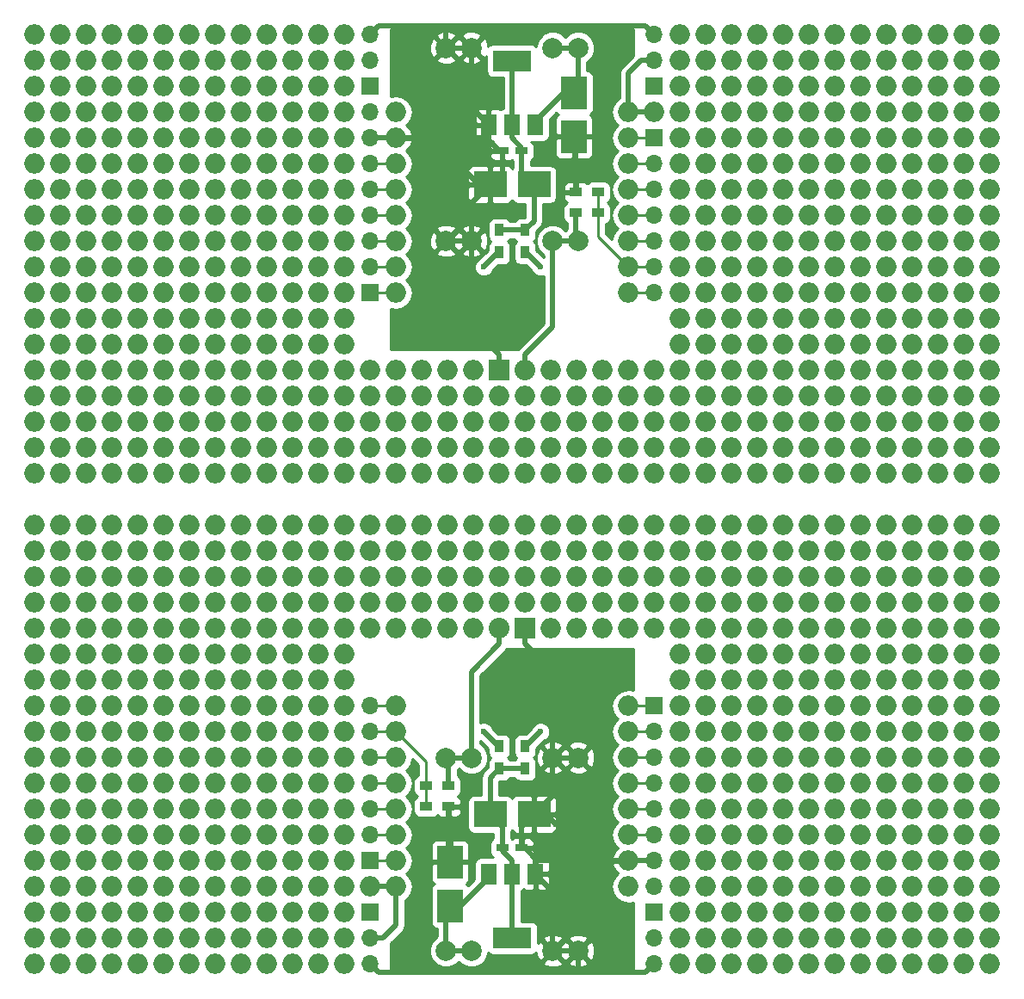
<source format=gbr>
G04 #@! TF.FileFunction,Copper,L1,Top,Signal*
%FSLAX46Y46*%
G04 Gerber Fmt 4.6, Leading zero omitted, Abs format (unit mm)*
G04 Created by KiCad (PCBNEW 4.0.4+e1-6308~48~ubuntu16.04.1-stable) date Sun Jan 29 14:42:06 2017*
%MOMM*%
%LPD*%
G01*
G04 APERTURE LIST*
%ADD10C,0.100000*%
%ADD11O,2.000000X2.000000*%
%ADD12R,3.800000X2.000000*%
%ADD13R,1.500000X2.000000*%
%ADD14R,1.700000X1.700000*%
%ADD15O,1.700000X1.700000*%
%ADD16C,2.000000*%
%ADD17R,2.500000X3.200000*%
%ADD18R,1.200000X0.900000*%
%ADD19R,2.032000X2.032000*%
%ADD20O,2.032000X2.032000*%
%ADD21R,3.200000X2.500000*%
%ADD22R,0.900000X1.200000*%
%ADD23R,1.200000X0.750000*%
%ADD24C,0.600000*%
%ADD25C,0.500000*%
%ADD26C,0.250000*%
%ADD27C,0.254000*%
G04 APERTURE END LIST*
D10*
D11*
X127540000Y-70120000D03*
X125000000Y-70120000D03*
X127540000Y-67580000D03*
X125000000Y-67580000D03*
X122460000Y-72660000D03*
X122460000Y-70120000D03*
X119920000Y-72660000D03*
X119920000Y-70120000D03*
X122460000Y-67580000D03*
X119920000Y-67580000D03*
X127540000Y-75200000D03*
X125000000Y-75200000D03*
X130080000Y-72660000D03*
X125000000Y-72660000D03*
X127540000Y-72660000D03*
X130080000Y-67580000D03*
X132620000Y-67580000D03*
X130080000Y-70120000D03*
X132620000Y-70120000D03*
X119920000Y-82820000D03*
X117380000Y-82820000D03*
X119920000Y-80280000D03*
X117380000Y-80280000D03*
X125000000Y-80280000D03*
X122460000Y-77740000D03*
X122460000Y-80280000D03*
X122460000Y-75200000D03*
X125000000Y-77740000D03*
X130080000Y-77740000D03*
X127540000Y-80280000D03*
X127540000Y-77740000D03*
X130080000Y-75200000D03*
X130080000Y-80280000D03*
X117380000Y-77740000D03*
X119920000Y-75200000D03*
X119920000Y-77740000D03*
X117380000Y-75200000D03*
X114840000Y-98060000D03*
X114840000Y-108220000D03*
X114840000Y-105680000D03*
X114840000Y-103140000D03*
X114840000Y-100600000D03*
X119920000Y-87900000D03*
X119920000Y-90440000D03*
X117380000Y-90440000D03*
X117380000Y-87900000D03*
X117380000Y-85360000D03*
X125000000Y-87900000D03*
X125000000Y-85360000D03*
X122460000Y-87900000D03*
X122460000Y-85360000D03*
X119920000Y-85360000D03*
X122460000Y-82820000D03*
X125000000Y-82820000D03*
X130080000Y-82820000D03*
X132620000Y-85360000D03*
X130080000Y-85360000D03*
X130080000Y-87900000D03*
X127540000Y-87900000D03*
X127540000Y-82820000D03*
X127540000Y-85360000D03*
D12*
X100870000Y-67605000D03*
D13*
X100870000Y-73905000D03*
X103170000Y-73905000D03*
X98570000Y-73905000D03*
D14*
X114840000Y-70120000D03*
D15*
X114840000Y-67580000D03*
X114840000Y-65040000D03*
D14*
X86900000Y-70120000D03*
D15*
X86900000Y-67580000D03*
X86900000Y-65040000D03*
D14*
X86900000Y-90440000D03*
D15*
X86900000Y-87900000D03*
X86900000Y-85360000D03*
X86900000Y-82820000D03*
X86900000Y-80280000D03*
X86900000Y-77740000D03*
X86900000Y-75200000D03*
X86900000Y-72660000D03*
D11*
X112300000Y-90440000D03*
X112300000Y-87900000D03*
X112300000Y-85360000D03*
X112300000Y-82820000D03*
X112300000Y-80280000D03*
X112300000Y-77740000D03*
X112300000Y-75200000D03*
X112300000Y-72660000D03*
X89440000Y-72660000D03*
X89440000Y-75200000D03*
X89440000Y-77740000D03*
X89440000Y-80280000D03*
X89440000Y-82820000D03*
X89440000Y-85360000D03*
X89440000Y-87900000D03*
X89440000Y-90440000D03*
D16*
X94370000Y-85335000D03*
X96870000Y-85335000D03*
X104870000Y-85335000D03*
X107370000Y-85335000D03*
X104870000Y-66335000D03*
X107370000Y-66335000D03*
X94370000Y-66335000D03*
X96870000Y-66335000D03*
D11*
X114840000Y-72660000D03*
D14*
X114840000Y-75200000D03*
D15*
X114840000Y-77740000D03*
X114840000Y-80280000D03*
X114840000Y-82820000D03*
X114840000Y-85360000D03*
X114840000Y-87900000D03*
X114840000Y-90440000D03*
D17*
X106966000Y-75064000D03*
X106966000Y-70764000D03*
D18*
X109336000Y-80534000D03*
X107136000Y-80534000D03*
X109336000Y-82566000D03*
X107136000Y-82566000D03*
D11*
X104680000Y-98060000D03*
X109760000Y-103140000D03*
X107220000Y-103140000D03*
X109760000Y-100600000D03*
X107220000Y-100600000D03*
X107220000Y-98060000D03*
D19*
X99600000Y-98060000D03*
D20*
X102140000Y-98060000D03*
D11*
X99600000Y-100600000D03*
X102140000Y-103140000D03*
X104680000Y-100600000D03*
X102140000Y-100600000D03*
X104680000Y-103140000D03*
X112300000Y-103140000D03*
X112300000Y-100600000D03*
X112300000Y-98060000D03*
X109760000Y-98060000D03*
X99600000Y-103140000D03*
X104680000Y-108220000D03*
X102140000Y-105680000D03*
X99600000Y-108220000D03*
X104680000Y-105680000D03*
X99600000Y-105680000D03*
X102140000Y-108220000D03*
D21*
X98720000Y-79772000D03*
X103020000Y-79772000D03*
D22*
X99600000Y-86460000D03*
X99600000Y-84260000D03*
X102140000Y-86460000D03*
X102140000Y-84260000D03*
D23*
X99920000Y-76470000D03*
X101820000Y-76470000D03*
D11*
X109760000Y-105680000D03*
X107220000Y-105680000D03*
X112300000Y-108220000D03*
X109760000Y-108220000D03*
X107220000Y-108220000D03*
X112300000Y-105680000D03*
X86900000Y-100600000D03*
X86900000Y-98060000D03*
X89440000Y-98060000D03*
X91980000Y-98060000D03*
X91980000Y-100600000D03*
X89440000Y-100600000D03*
X89440000Y-108220000D03*
X86900000Y-105680000D03*
X89440000Y-105680000D03*
X89440000Y-103140000D03*
X86900000Y-103140000D03*
X86900000Y-108220000D03*
X97060000Y-108220000D03*
X94520000Y-105680000D03*
X97060000Y-105680000D03*
X91980000Y-105680000D03*
X91980000Y-108220000D03*
X94520000Y-108220000D03*
X97060000Y-103140000D03*
X97060000Y-100600000D03*
X94520000Y-100600000D03*
X91980000Y-103140000D03*
X94520000Y-98060000D03*
X97060000Y-98060000D03*
X94520000Y-103140000D03*
X76740000Y-108220000D03*
X74200000Y-108220000D03*
X74200000Y-105680000D03*
X71660000Y-105680000D03*
X69120000Y-103140000D03*
X66580000Y-103140000D03*
X66580000Y-100600000D03*
X69120000Y-100600000D03*
X69120000Y-108220000D03*
X66580000Y-108220000D03*
X69120000Y-105680000D03*
X66580000Y-105680000D03*
X71660000Y-108220000D03*
X74200000Y-100600000D03*
X71660000Y-100600000D03*
X71660000Y-103140000D03*
X74200000Y-103140000D03*
X76740000Y-105680000D03*
X76740000Y-103140000D03*
X76740000Y-100600000D03*
X74200000Y-98060000D03*
X71660000Y-98060000D03*
X76740000Y-98060000D03*
X84360000Y-108220000D03*
X84360000Y-105680000D03*
X81820000Y-105680000D03*
X79280000Y-105680000D03*
X79280000Y-108220000D03*
X81820000Y-108220000D03*
X84360000Y-103140000D03*
X84360000Y-100600000D03*
X81820000Y-98060000D03*
X79280000Y-98060000D03*
X84360000Y-98060000D03*
X76740000Y-95520000D03*
X74200000Y-95520000D03*
X76740000Y-92980000D03*
X74200000Y-92980000D03*
X84360000Y-95520000D03*
X79280000Y-92980000D03*
X81820000Y-92980000D03*
X81820000Y-95520000D03*
X79280000Y-95520000D03*
X84360000Y-92980000D03*
X81820000Y-100600000D03*
X79280000Y-100600000D03*
X79280000Y-103140000D03*
X81820000Y-103140000D03*
X58960000Y-108220000D03*
X56420000Y-105680000D03*
X56420000Y-108220000D03*
X53880000Y-105680000D03*
X58960000Y-105680000D03*
X56420000Y-103140000D03*
X53880000Y-103140000D03*
X53880000Y-108220000D03*
X56420000Y-95520000D03*
X53880000Y-92980000D03*
X56420000Y-92980000D03*
X53880000Y-95520000D03*
X58960000Y-103140000D03*
X58960000Y-100600000D03*
X53880000Y-100600000D03*
X56420000Y-98060000D03*
X53880000Y-98060000D03*
X56420000Y-100600000D03*
X64040000Y-108220000D03*
X61500000Y-108220000D03*
X64040000Y-105680000D03*
X64040000Y-103140000D03*
X64040000Y-100600000D03*
X61500000Y-100600000D03*
X61500000Y-103140000D03*
X61500000Y-105680000D03*
X61500000Y-98060000D03*
X58960000Y-98060000D03*
X58960000Y-95520000D03*
X58960000Y-92980000D03*
X61500000Y-95520000D03*
X64040000Y-90440000D03*
X61500000Y-90440000D03*
X64040000Y-87900000D03*
X58960000Y-87900000D03*
X58960000Y-90440000D03*
X61500000Y-87900000D03*
X69120000Y-98060000D03*
X71660000Y-95520000D03*
X69120000Y-95520000D03*
X66580000Y-95520000D03*
X71660000Y-92980000D03*
X69120000Y-92980000D03*
X66580000Y-92980000D03*
X66580000Y-98060000D03*
X64040000Y-98060000D03*
X64040000Y-95520000D03*
X61500000Y-92980000D03*
X64040000Y-92980000D03*
X66580000Y-87900000D03*
X69120000Y-87900000D03*
X69120000Y-90440000D03*
X66580000Y-90440000D03*
X76740000Y-90440000D03*
X74200000Y-90440000D03*
X71660000Y-90440000D03*
X74200000Y-87900000D03*
X71660000Y-87900000D03*
X76740000Y-87900000D03*
X84360000Y-90440000D03*
X79280000Y-90440000D03*
X84360000Y-87900000D03*
X81820000Y-90440000D03*
X81820000Y-87900000D03*
X79280000Y-87900000D03*
X84360000Y-80280000D03*
X84360000Y-75200000D03*
X81820000Y-80280000D03*
X84360000Y-77740000D03*
X79280000Y-75200000D03*
X81820000Y-77740000D03*
X79280000Y-77740000D03*
X81820000Y-75200000D03*
X79280000Y-85360000D03*
X84360000Y-85360000D03*
X84360000Y-82820000D03*
X81820000Y-82820000D03*
X81820000Y-85360000D03*
X79280000Y-82820000D03*
X76740000Y-82820000D03*
X79280000Y-80280000D03*
X76740000Y-80280000D03*
X74200000Y-82820000D03*
X74200000Y-80280000D03*
X76740000Y-77740000D03*
X74200000Y-77740000D03*
X71660000Y-80280000D03*
X74200000Y-75200000D03*
X71660000Y-77740000D03*
X71660000Y-75200000D03*
X76740000Y-75200000D03*
X76740000Y-85360000D03*
X74200000Y-85360000D03*
X71660000Y-85360000D03*
X71660000Y-82820000D03*
X56420000Y-77740000D03*
X56420000Y-72660000D03*
X53880000Y-77740000D03*
X56420000Y-75200000D03*
X53880000Y-75200000D03*
X53880000Y-72660000D03*
X56420000Y-70120000D03*
X53880000Y-70120000D03*
X56420000Y-67580000D03*
X56420000Y-65040000D03*
X53880000Y-67580000D03*
X58960000Y-65040000D03*
X53880000Y-65040000D03*
X58960000Y-67580000D03*
X53880000Y-90440000D03*
X56420000Y-87900000D03*
X53880000Y-87900000D03*
X56420000Y-90440000D03*
X61500000Y-72660000D03*
X58960000Y-72660000D03*
X64040000Y-72660000D03*
X61500000Y-70120000D03*
X64040000Y-70120000D03*
X58960000Y-70120000D03*
X56420000Y-85360000D03*
X53880000Y-85360000D03*
X53880000Y-80280000D03*
X56420000Y-82820000D03*
X53880000Y-82820000D03*
X56420000Y-80280000D03*
X61500000Y-65040000D03*
X61500000Y-67580000D03*
X64040000Y-67580000D03*
X64040000Y-65040000D03*
X66580000Y-82820000D03*
X69120000Y-85360000D03*
X66580000Y-85360000D03*
X69120000Y-82820000D03*
X64040000Y-80280000D03*
X66580000Y-80280000D03*
X69120000Y-80280000D03*
X69120000Y-77740000D03*
X58960000Y-80280000D03*
X58960000Y-77740000D03*
X61500000Y-77740000D03*
X61500000Y-75200000D03*
X58960000Y-75200000D03*
X61500000Y-85360000D03*
X64040000Y-82820000D03*
X61500000Y-82820000D03*
X58960000Y-85360000D03*
X64040000Y-85360000D03*
X58960000Y-82820000D03*
X61500000Y-80280000D03*
X64040000Y-77740000D03*
X66580000Y-75200000D03*
X64040000Y-75200000D03*
X69120000Y-75200000D03*
X66580000Y-77740000D03*
X84360000Y-72660000D03*
X84360000Y-70120000D03*
X81820000Y-70120000D03*
X84360000Y-65040000D03*
X81820000Y-67580000D03*
X81820000Y-65040000D03*
X84360000Y-67580000D03*
X81820000Y-72660000D03*
X79280000Y-72660000D03*
X76740000Y-72660000D03*
X74200000Y-72660000D03*
X79280000Y-70120000D03*
X79280000Y-67580000D03*
X79280000Y-65040000D03*
X76740000Y-65040000D03*
X71660000Y-72660000D03*
X69120000Y-72660000D03*
X69120000Y-70120000D03*
X66580000Y-70120000D03*
X66580000Y-72660000D03*
X76740000Y-70120000D03*
X74200000Y-70120000D03*
X71660000Y-70120000D03*
X74200000Y-67580000D03*
X71660000Y-67580000D03*
X71660000Y-65040000D03*
X76740000Y-67580000D03*
X74200000Y-65040000D03*
X69120000Y-67580000D03*
X66580000Y-67580000D03*
X69120000Y-65040000D03*
X66580000Y-65040000D03*
X132620000Y-90440000D03*
X132620000Y-95520000D03*
X130080000Y-95520000D03*
X130080000Y-92980000D03*
X127540000Y-92980000D03*
X127540000Y-95520000D03*
X127540000Y-90440000D03*
X130080000Y-90440000D03*
X127540000Y-100600000D03*
X127540000Y-98060000D03*
X130080000Y-100600000D03*
X130080000Y-98060000D03*
X130080000Y-108220000D03*
X127540000Y-105680000D03*
X130080000Y-103140000D03*
X130080000Y-105680000D03*
X127540000Y-108220000D03*
X127540000Y-103140000D03*
X125000000Y-103140000D03*
X122460000Y-103140000D03*
X125000000Y-100600000D03*
X122460000Y-100600000D03*
X122460000Y-98060000D03*
X125000000Y-98060000D03*
X125000000Y-95520000D03*
X122460000Y-95520000D03*
X125000000Y-92980000D03*
X125000000Y-90440000D03*
X122460000Y-90440000D03*
X122460000Y-92980000D03*
X119920000Y-98060000D03*
X119920000Y-95520000D03*
X117380000Y-98060000D03*
X117380000Y-95520000D03*
X119920000Y-92980000D03*
X117380000Y-92980000D03*
X119920000Y-103140000D03*
X117380000Y-103140000D03*
X119920000Y-100600000D03*
X117380000Y-100600000D03*
X125000000Y-108220000D03*
X122460000Y-108220000D03*
X122460000Y-105680000D03*
X125000000Y-105680000D03*
X119920000Y-105680000D03*
X117380000Y-105680000D03*
X117380000Y-108220000D03*
X119920000Y-108220000D03*
X147860000Y-82820000D03*
X142780000Y-82820000D03*
X147860000Y-80280000D03*
X147860000Y-77740000D03*
X145320000Y-82820000D03*
X145320000Y-77740000D03*
X140240000Y-82820000D03*
X137700000Y-82820000D03*
X137700000Y-80280000D03*
X135160000Y-80280000D03*
X135160000Y-82820000D03*
X132620000Y-80280000D03*
X135160000Y-77740000D03*
X132620000Y-82820000D03*
X135160000Y-72660000D03*
X132620000Y-72660000D03*
X132620000Y-77740000D03*
X135160000Y-75200000D03*
X132620000Y-75200000D03*
X147860000Y-75200000D03*
X145320000Y-75200000D03*
X147860000Y-72660000D03*
X145320000Y-72660000D03*
X145320000Y-80280000D03*
X142780000Y-77740000D03*
X140240000Y-80280000D03*
X140240000Y-77740000D03*
X137700000Y-77740000D03*
X137700000Y-75200000D03*
X142780000Y-80280000D03*
X137700000Y-72660000D03*
X137700000Y-108220000D03*
X132620000Y-108220000D03*
X135160000Y-108220000D03*
X135160000Y-105680000D03*
X132620000Y-105680000D03*
X137700000Y-105680000D03*
X135160000Y-103140000D03*
X147860000Y-103140000D03*
X147860000Y-100600000D03*
X145320000Y-100600000D03*
X145320000Y-103140000D03*
X142780000Y-100600000D03*
X147860000Y-98060000D03*
X145320000Y-98060000D03*
X142780000Y-98060000D03*
X135160000Y-100600000D03*
X135160000Y-98060000D03*
X132620000Y-100600000D03*
X132620000Y-98060000D03*
X132620000Y-103140000D03*
X142780000Y-103140000D03*
X140240000Y-103140000D03*
X140240000Y-100600000D03*
X137700000Y-100600000D03*
X137700000Y-98060000D03*
X140240000Y-98060000D03*
X137700000Y-103140000D03*
X147860000Y-108220000D03*
X147860000Y-105680000D03*
X140240000Y-105680000D03*
X145320000Y-108220000D03*
X142780000Y-108220000D03*
X140240000Y-108220000D03*
X145320000Y-105680000D03*
X142780000Y-105680000D03*
X137700000Y-95520000D03*
X135160000Y-95520000D03*
X132620000Y-92980000D03*
X137700000Y-92980000D03*
X135160000Y-92980000D03*
X135160000Y-90440000D03*
X142780000Y-87900000D03*
X145320000Y-87900000D03*
X142780000Y-90440000D03*
X145320000Y-90440000D03*
X145320000Y-95520000D03*
X147860000Y-92980000D03*
X145320000Y-92980000D03*
X147860000Y-95520000D03*
X147860000Y-90440000D03*
X147860000Y-87900000D03*
X142780000Y-85360000D03*
X147860000Y-85360000D03*
X145320000Y-85360000D03*
X140240000Y-90440000D03*
X137700000Y-90440000D03*
X140240000Y-87900000D03*
X140240000Y-85360000D03*
X132620000Y-87900000D03*
X137700000Y-87900000D03*
X137700000Y-85360000D03*
X135160000Y-85360000D03*
X135160000Y-87900000D03*
X142780000Y-95520000D03*
X140240000Y-95520000D03*
X140240000Y-92980000D03*
X142780000Y-92980000D03*
X117380000Y-70120000D03*
X117380000Y-72660000D03*
X125000000Y-65040000D03*
X122460000Y-65040000D03*
X117380000Y-65040000D03*
X117380000Y-67580000D03*
X119920000Y-65040000D03*
X132620000Y-65040000D03*
X130080000Y-65040000D03*
X127540000Y-65040000D03*
X135160000Y-67580000D03*
X137700000Y-65040000D03*
X137700000Y-67580000D03*
X135160000Y-70120000D03*
X137700000Y-70120000D03*
X135160000Y-65040000D03*
X145320000Y-65040000D03*
X142780000Y-65040000D03*
X140240000Y-65040000D03*
X140240000Y-67580000D03*
X142780000Y-75200000D03*
X140240000Y-75200000D03*
X142780000Y-72660000D03*
X140240000Y-72660000D03*
X140240000Y-70120000D03*
X147860000Y-65040000D03*
X147860000Y-70120000D03*
X147860000Y-67580000D03*
X142780000Y-70120000D03*
X145320000Y-67580000D03*
X142780000Y-67580000D03*
X145320000Y-70120000D03*
D16*
X107370000Y-136185000D03*
X104870000Y-136185000D03*
X96870000Y-136185000D03*
X94370000Y-136185000D03*
X96870000Y-155185000D03*
X94370000Y-155185000D03*
X107370000Y-155185000D03*
X104870000Y-155185000D03*
D11*
X86900000Y-148860000D03*
X104680000Y-123460000D03*
X107220000Y-123460000D03*
X109760000Y-123460000D03*
X112300000Y-123460000D03*
X114840000Y-123460000D03*
X86900000Y-123460000D03*
X89440000Y-123460000D03*
X91980000Y-123460000D03*
X94520000Y-123460000D03*
X97060000Y-123460000D03*
X114840000Y-120920000D03*
X112300000Y-120920000D03*
X109760000Y-120920000D03*
X107220000Y-120920000D03*
X104680000Y-120920000D03*
X102140000Y-120920000D03*
X99600000Y-120920000D03*
X97060000Y-120920000D03*
X94520000Y-120920000D03*
X91980000Y-120920000D03*
X89440000Y-120920000D03*
X86900000Y-120920000D03*
X114840000Y-118380000D03*
X112300000Y-118380000D03*
X109760000Y-118380000D03*
X107220000Y-118380000D03*
X104680000Y-118380000D03*
X102140000Y-118380000D03*
X99600000Y-118380000D03*
X97060000Y-118380000D03*
X94520000Y-118380000D03*
X91980000Y-118380000D03*
X89440000Y-118380000D03*
X86900000Y-118380000D03*
X114840000Y-115840000D03*
X112300000Y-115840000D03*
X109760000Y-115840000D03*
X107220000Y-115840000D03*
X104680000Y-115840000D03*
X102140000Y-115840000D03*
X99600000Y-115840000D03*
X97060000Y-115840000D03*
X94520000Y-115840000D03*
X91980000Y-115840000D03*
X89440000Y-115840000D03*
X86900000Y-115840000D03*
X114840000Y-113300000D03*
X112300000Y-113300000D03*
X109760000Y-113300000D03*
X107220000Y-113300000D03*
X104680000Y-113300000D03*
X102140000Y-113300000D03*
X99600000Y-113300000D03*
X97060000Y-113300000D03*
X94520000Y-113300000D03*
X91980000Y-113300000D03*
X89440000Y-113300000D03*
X86900000Y-113300000D03*
X147860000Y-156480000D03*
X145320000Y-156480000D03*
X142780000Y-156480000D03*
X140240000Y-156480000D03*
X137700000Y-156480000D03*
X135160000Y-156480000D03*
X132620000Y-156480000D03*
X130080000Y-156480000D03*
X127540000Y-156480000D03*
X125000000Y-156480000D03*
X122460000Y-156480000D03*
X119920000Y-156480000D03*
X117380000Y-156480000D03*
X147860000Y-153940000D03*
X145320000Y-153940000D03*
X142780000Y-153940000D03*
X140240000Y-153940000D03*
X137700000Y-153940000D03*
X135160000Y-153940000D03*
X132620000Y-153940000D03*
X130080000Y-153940000D03*
X127540000Y-153940000D03*
X125000000Y-153940000D03*
X122460000Y-153940000D03*
X119920000Y-153940000D03*
X117380000Y-153940000D03*
X147860000Y-151400000D03*
X145320000Y-151400000D03*
X142780000Y-151400000D03*
X140240000Y-151400000D03*
X137700000Y-151400000D03*
X135160000Y-151400000D03*
X132620000Y-151400000D03*
X130080000Y-151400000D03*
X127540000Y-151400000D03*
X125000000Y-151400000D03*
X122460000Y-151400000D03*
X119920000Y-151400000D03*
X117380000Y-151400000D03*
X147860000Y-148860000D03*
X145320000Y-148860000D03*
X142780000Y-148860000D03*
X140240000Y-148860000D03*
X137700000Y-148860000D03*
X135160000Y-148860000D03*
X132620000Y-148860000D03*
X130080000Y-148860000D03*
X127540000Y-148860000D03*
X125000000Y-148860000D03*
X122460000Y-148860000D03*
X119920000Y-148860000D03*
X117380000Y-148860000D03*
X147860000Y-146320000D03*
X145320000Y-146320000D03*
X142780000Y-146320000D03*
X140240000Y-146320000D03*
X137700000Y-146320000D03*
X135160000Y-146320000D03*
X132620000Y-146320000D03*
X130080000Y-146320000D03*
X127540000Y-146320000D03*
X125000000Y-146320000D03*
X122460000Y-146320000D03*
X119920000Y-146320000D03*
X117380000Y-146320000D03*
X147860000Y-143780000D03*
X145320000Y-143780000D03*
X142780000Y-143780000D03*
X140240000Y-143780000D03*
X137700000Y-143780000D03*
X135160000Y-143780000D03*
X132620000Y-143780000D03*
X130080000Y-143780000D03*
X127540000Y-143780000D03*
X125000000Y-143780000D03*
X122460000Y-143780000D03*
X119920000Y-143780000D03*
X117380000Y-143780000D03*
X147860000Y-141240000D03*
X145320000Y-141240000D03*
X142780000Y-141240000D03*
X140240000Y-141240000D03*
X137700000Y-141240000D03*
X135160000Y-141240000D03*
X132620000Y-141240000D03*
X130080000Y-141240000D03*
X127540000Y-141240000D03*
X125000000Y-141240000D03*
X122460000Y-141240000D03*
X119920000Y-141240000D03*
X117380000Y-141240000D03*
X147860000Y-138700000D03*
X145320000Y-138700000D03*
X142780000Y-138700000D03*
X140240000Y-138700000D03*
X137700000Y-138700000D03*
X135160000Y-138700000D03*
X132620000Y-138700000D03*
X130080000Y-138700000D03*
X127540000Y-138700000D03*
X125000000Y-138700000D03*
X122460000Y-138700000D03*
X119920000Y-138700000D03*
X117380000Y-138700000D03*
X147860000Y-136160000D03*
X145320000Y-136160000D03*
X142780000Y-136160000D03*
X140240000Y-136160000D03*
X137700000Y-136160000D03*
X135160000Y-136160000D03*
X132620000Y-136160000D03*
X130080000Y-136160000D03*
X127540000Y-136160000D03*
X125000000Y-136160000D03*
X122460000Y-136160000D03*
X119920000Y-136160000D03*
X117380000Y-136160000D03*
X147860000Y-133620000D03*
X145320000Y-133620000D03*
X142780000Y-133620000D03*
X140240000Y-133620000D03*
X137700000Y-133620000D03*
X135160000Y-133620000D03*
X132620000Y-133620000D03*
X130080000Y-133620000D03*
X127540000Y-133620000D03*
X125000000Y-133620000D03*
X122460000Y-133620000D03*
X119920000Y-133620000D03*
X117380000Y-133620000D03*
X147860000Y-131080000D03*
X145320000Y-131080000D03*
X142780000Y-131080000D03*
X140240000Y-131080000D03*
X137700000Y-131080000D03*
X135160000Y-131080000D03*
X132620000Y-131080000D03*
X130080000Y-131080000D03*
X127540000Y-131080000D03*
X125000000Y-131080000D03*
X122460000Y-131080000D03*
X119920000Y-131080000D03*
X117380000Y-131080000D03*
X147860000Y-128540000D03*
X145320000Y-128540000D03*
X142780000Y-128540000D03*
X140240000Y-128540000D03*
X137700000Y-128540000D03*
X135160000Y-128540000D03*
X132620000Y-128540000D03*
X130080000Y-128540000D03*
X127540000Y-128540000D03*
X125000000Y-128540000D03*
X122460000Y-128540000D03*
X119920000Y-128540000D03*
X117380000Y-128540000D03*
X147860000Y-126000000D03*
X145320000Y-126000000D03*
X142780000Y-126000000D03*
X140240000Y-126000000D03*
X137700000Y-126000000D03*
X135160000Y-126000000D03*
X132620000Y-126000000D03*
X130080000Y-126000000D03*
X127540000Y-126000000D03*
X125000000Y-126000000D03*
X122460000Y-126000000D03*
X119920000Y-126000000D03*
X117380000Y-126000000D03*
X147860000Y-123460000D03*
X145320000Y-123460000D03*
X142780000Y-123460000D03*
X140240000Y-123460000D03*
X137700000Y-123460000D03*
X135160000Y-123460000D03*
X132620000Y-123460000D03*
X130080000Y-123460000D03*
X127540000Y-123460000D03*
X125000000Y-123460000D03*
X122460000Y-123460000D03*
X119920000Y-123460000D03*
X117380000Y-123460000D03*
X147860000Y-120920000D03*
X145320000Y-120920000D03*
X142780000Y-120920000D03*
X140240000Y-120920000D03*
X137700000Y-120920000D03*
X135160000Y-120920000D03*
X132620000Y-120920000D03*
X130080000Y-120920000D03*
X127540000Y-120920000D03*
X125000000Y-120920000D03*
X122460000Y-120920000D03*
X119920000Y-120920000D03*
X117380000Y-120920000D03*
X147860000Y-118380000D03*
X145320000Y-118380000D03*
X142780000Y-118380000D03*
X140240000Y-118380000D03*
X137700000Y-118380000D03*
X135160000Y-118380000D03*
X132620000Y-118380000D03*
X130080000Y-118380000D03*
X127540000Y-118380000D03*
X125000000Y-118380000D03*
X122460000Y-118380000D03*
X119920000Y-118380000D03*
X117380000Y-118380000D03*
X147860000Y-115840000D03*
X145320000Y-115840000D03*
X142780000Y-115840000D03*
X140240000Y-115840000D03*
X137700000Y-115840000D03*
X135160000Y-115840000D03*
X132620000Y-115840000D03*
X130080000Y-115840000D03*
X127540000Y-115840000D03*
X125000000Y-115840000D03*
X122460000Y-115840000D03*
X119920000Y-115840000D03*
X117380000Y-115840000D03*
X147860000Y-113300000D03*
X145320000Y-113300000D03*
X142780000Y-113300000D03*
X140240000Y-113300000D03*
X137700000Y-113300000D03*
X135160000Y-113300000D03*
X132620000Y-113300000D03*
X130080000Y-113300000D03*
X127540000Y-113300000D03*
X125000000Y-113300000D03*
X122460000Y-113300000D03*
X119920000Y-113300000D03*
X117380000Y-113300000D03*
X84360000Y-153940000D03*
X81820000Y-153940000D03*
X79280000Y-153940000D03*
X76740000Y-153940000D03*
X74200000Y-153940000D03*
X71660000Y-153940000D03*
X69120000Y-153940000D03*
X66580000Y-153940000D03*
X64040000Y-153940000D03*
X61500000Y-153940000D03*
X58960000Y-153940000D03*
X56420000Y-153940000D03*
X53880000Y-153940000D03*
X84360000Y-151400000D03*
X81820000Y-151400000D03*
X79280000Y-151400000D03*
X76740000Y-151400000D03*
X74200000Y-151400000D03*
X71660000Y-151400000D03*
X69120000Y-151400000D03*
X66580000Y-151400000D03*
X64040000Y-151400000D03*
X61500000Y-151400000D03*
X58960000Y-151400000D03*
X56420000Y-151400000D03*
X53880000Y-151400000D03*
X84360000Y-148860000D03*
X81820000Y-148860000D03*
X79280000Y-148860000D03*
X76740000Y-148860000D03*
X74200000Y-148860000D03*
X71660000Y-148860000D03*
X69120000Y-148860000D03*
X66580000Y-148860000D03*
X64040000Y-148860000D03*
X61500000Y-148860000D03*
X58960000Y-148860000D03*
X56420000Y-148860000D03*
X53880000Y-148860000D03*
X84360000Y-146320000D03*
X81820000Y-146320000D03*
X79280000Y-146320000D03*
X76740000Y-146320000D03*
X74200000Y-146320000D03*
X71660000Y-146320000D03*
X69120000Y-146320000D03*
X66580000Y-146320000D03*
X64040000Y-146320000D03*
X61500000Y-146320000D03*
X58960000Y-146320000D03*
X56420000Y-146320000D03*
X53880000Y-146320000D03*
X84360000Y-143780000D03*
X81820000Y-143780000D03*
X79280000Y-143780000D03*
X76740000Y-143780000D03*
X74200000Y-143780000D03*
X71660000Y-143780000D03*
X69120000Y-143780000D03*
X66580000Y-143780000D03*
X64040000Y-143780000D03*
X61500000Y-143780000D03*
X58960000Y-143780000D03*
X56420000Y-143780000D03*
X53880000Y-143780000D03*
X84360000Y-141240000D03*
X81820000Y-141240000D03*
X79280000Y-141240000D03*
X76740000Y-141240000D03*
X74200000Y-141240000D03*
X71660000Y-141240000D03*
X69120000Y-141240000D03*
X66580000Y-141240000D03*
X64040000Y-141240000D03*
X61500000Y-141240000D03*
X58960000Y-141240000D03*
X56420000Y-141240000D03*
X53880000Y-141240000D03*
X84360000Y-138700000D03*
X81820000Y-138700000D03*
X79280000Y-138700000D03*
X76740000Y-138700000D03*
X74200000Y-138700000D03*
X71660000Y-138700000D03*
X69120000Y-138700000D03*
X66580000Y-138700000D03*
X64040000Y-138700000D03*
X61500000Y-138700000D03*
X58960000Y-138700000D03*
X56420000Y-138700000D03*
X53880000Y-138700000D03*
X84360000Y-136160000D03*
X81820000Y-136160000D03*
X79280000Y-136160000D03*
X76740000Y-136160000D03*
X74200000Y-136160000D03*
X71660000Y-136160000D03*
X69120000Y-136160000D03*
X66580000Y-136160000D03*
X64040000Y-136160000D03*
X61500000Y-136160000D03*
X58960000Y-136160000D03*
X56420000Y-136160000D03*
X53880000Y-136160000D03*
X84360000Y-133620000D03*
X81820000Y-133620000D03*
X79280000Y-133620000D03*
X76740000Y-133620000D03*
X74200000Y-133620000D03*
X71660000Y-133620000D03*
X69120000Y-133620000D03*
X66580000Y-133620000D03*
X64040000Y-133620000D03*
X61500000Y-133620000D03*
X58960000Y-133620000D03*
X56420000Y-133620000D03*
X53880000Y-133620000D03*
X84360000Y-131080000D03*
X81820000Y-131080000D03*
X79280000Y-131080000D03*
X76740000Y-131080000D03*
X74200000Y-131080000D03*
X71660000Y-131080000D03*
X69120000Y-131080000D03*
X66580000Y-131080000D03*
X64040000Y-131080000D03*
X61500000Y-131080000D03*
X58960000Y-131080000D03*
X56420000Y-131080000D03*
X53880000Y-131080000D03*
X84360000Y-128540000D03*
X81820000Y-128540000D03*
X79280000Y-128540000D03*
X76740000Y-128540000D03*
X74200000Y-128540000D03*
X71660000Y-128540000D03*
X69120000Y-128540000D03*
X66580000Y-128540000D03*
X64040000Y-128540000D03*
X61500000Y-128540000D03*
X58960000Y-128540000D03*
X56420000Y-128540000D03*
X53880000Y-128540000D03*
X84360000Y-126000000D03*
X81820000Y-126000000D03*
X79280000Y-126000000D03*
X76740000Y-126000000D03*
X74200000Y-126000000D03*
X71660000Y-126000000D03*
X69120000Y-126000000D03*
X66580000Y-126000000D03*
X64040000Y-126000000D03*
X61500000Y-126000000D03*
X58960000Y-126000000D03*
X56420000Y-126000000D03*
X53880000Y-126000000D03*
X84360000Y-123460000D03*
X81820000Y-123460000D03*
X79280000Y-123460000D03*
X76740000Y-123460000D03*
X74200000Y-123460000D03*
X71660000Y-123460000D03*
X69120000Y-123460000D03*
X66580000Y-123460000D03*
X64040000Y-123460000D03*
X61500000Y-123460000D03*
X58960000Y-123460000D03*
X56420000Y-123460000D03*
X53880000Y-123460000D03*
X84360000Y-120920000D03*
X81820000Y-120920000D03*
X79280000Y-120920000D03*
X76740000Y-120920000D03*
X74200000Y-120920000D03*
X71660000Y-120920000D03*
X69120000Y-120920000D03*
X66580000Y-120920000D03*
X64040000Y-120920000D03*
X61500000Y-120920000D03*
X58960000Y-120920000D03*
X56420000Y-120920000D03*
X53880000Y-120920000D03*
X84360000Y-118380000D03*
X81820000Y-118380000D03*
X79280000Y-118380000D03*
X76740000Y-118380000D03*
X74200000Y-118380000D03*
X71660000Y-118380000D03*
X69120000Y-118380000D03*
X66580000Y-118380000D03*
X64040000Y-118380000D03*
X61500000Y-118380000D03*
X58960000Y-118380000D03*
X56420000Y-118380000D03*
X53880000Y-118380000D03*
X84360000Y-115840000D03*
X81820000Y-115840000D03*
X79280000Y-115840000D03*
X76740000Y-115840000D03*
X74200000Y-115840000D03*
X71660000Y-115840000D03*
X69120000Y-115840000D03*
X66580000Y-115840000D03*
X64040000Y-115840000D03*
X61500000Y-115840000D03*
X58960000Y-115840000D03*
X56420000Y-115840000D03*
X53880000Y-115840000D03*
X84360000Y-113300000D03*
X81820000Y-113300000D03*
X79280000Y-113300000D03*
X76740000Y-113300000D03*
X74200000Y-113300000D03*
X71660000Y-113300000D03*
X69120000Y-113300000D03*
X66580000Y-113300000D03*
X64040000Y-113300000D03*
X61500000Y-113300000D03*
X58960000Y-113300000D03*
X56420000Y-113300000D03*
X53880000Y-113300000D03*
X84360000Y-156480000D03*
X81820000Y-156480000D03*
X79280000Y-156480000D03*
X76740000Y-156480000D03*
X74200000Y-156480000D03*
X71660000Y-156480000D03*
X69120000Y-156480000D03*
X66580000Y-156480000D03*
X64040000Y-156480000D03*
X61500000Y-156480000D03*
X58960000Y-156480000D03*
X56420000Y-156480000D03*
X89440000Y-131080000D03*
X89440000Y-133620000D03*
X89440000Y-136160000D03*
X89440000Y-138700000D03*
X89440000Y-141240000D03*
X89440000Y-143780000D03*
X89440000Y-146320000D03*
X89440000Y-148860000D03*
X112300000Y-148860000D03*
X112300000Y-146320000D03*
X112300000Y-143780000D03*
X112300000Y-141240000D03*
X112300000Y-138700000D03*
X112300000Y-136160000D03*
X112300000Y-133620000D03*
X112300000Y-131080000D03*
D23*
X101820000Y-145050000D03*
X99920000Y-145050000D03*
D19*
X102140000Y-123460000D03*
D20*
X99600000Y-123460000D03*
D18*
X92404000Y-140986000D03*
X94604000Y-140986000D03*
X92404000Y-138954000D03*
X94604000Y-138954000D03*
D22*
X102140000Y-135060000D03*
X102140000Y-137260000D03*
X99600000Y-135060000D03*
X99600000Y-137260000D03*
D21*
X103020000Y-141748000D03*
X98720000Y-141748000D03*
D17*
X94774000Y-146456000D03*
X94774000Y-150756000D03*
D14*
X86900000Y-146320000D03*
D15*
X86900000Y-143780000D03*
X86900000Y-141240000D03*
X86900000Y-138700000D03*
X86900000Y-136160000D03*
X86900000Y-133620000D03*
X86900000Y-131080000D03*
D11*
X53880000Y-156480000D03*
D14*
X114840000Y-131080000D03*
D15*
X114840000Y-133620000D03*
X114840000Y-136160000D03*
X114840000Y-138700000D03*
X114840000Y-141240000D03*
X114840000Y-143780000D03*
X114840000Y-146320000D03*
X114840000Y-148860000D03*
D14*
X114840000Y-151400000D03*
D15*
X114840000Y-153940000D03*
X114840000Y-156480000D03*
D14*
X86900000Y-151400000D03*
D15*
X86900000Y-153940000D03*
X86900000Y-156480000D03*
D12*
X100870000Y-153915000D03*
D13*
X100870000Y-147615000D03*
X98570000Y-147615000D03*
X103170000Y-147615000D03*
D24*
X105950000Y-78756000D03*
X96552000Y-78756000D03*
X93250000Y-71390000D03*
X95790000Y-71390000D03*
X94520000Y-71390000D03*
X107220000Y-150130000D03*
X105950000Y-150130000D03*
X108490000Y-150130000D03*
X105188000Y-142764000D03*
X95790000Y-142764000D03*
X103664000Y-87900000D03*
X98076000Y-133620000D03*
X98076000Y-87900000D03*
X103664000Y-133620000D03*
D25*
X107136000Y-78756000D02*
X105950000Y-78756000D01*
X107136000Y-80534000D02*
X107136000Y-78756000D01*
X99920000Y-76470000D02*
X99600000Y-76470000D01*
X99920000Y-76470000D02*
X99920000Y-78572000D01*
X107136000Y-78756000D02*
X107136000Y-75234000D01*
X107136000Y-75234000D02*
X106966000Y-75064000D01*
X96870000Y-93814000D02*
X96870000Y-86749213D01*
X99600000Y-98060000D02*
X99600000Y-96544000D01*
X99600000Y-96544000D02*
X96870000Y-93814000D01*
X97568000Y-79772000D02*
X98720000Y-79772000D01*
X93250000Y-71390000D02*
X94520000Y-71390000D01*
X96552000Y-78756000D02*
X97568000Y-79772000D01*
X98570000Y-75200000D02*
X98570000Y-73905000D01*
X96870000Y-72205000D02*
X98570000Y-73905000D01*
X99600000Y-76470000D02*
X98570000Y-75440000D01*
X96870000Y-85335000D02*
X94370000Y-85335000D01*
X96870000Y-85335000D02*
X96870000Y-81622000D01*
X96870000Y-86749213D02*
X96870000Y-85335000D01*
X96870000Y-81622000D02*
X98720000Y-79772000D01*
X99920000Y-78572000D02*
X98720000Y-79772000D01*
X114840000Y-65040000D02*
X113990001Y-64190001D01*
X113990001Y-64190001D02*
X94266000Y-64190001D01*
X96870000Y-71390000D02*
X96870000Y-72205000D01*
X98330000Y-75200000D02*
X98570000Y-75200000D01*
X98570000Y-75200000D02*
X98330000Y-75200000D01*
X89440000Y-75200000D02*
X98570000Y-75200000D01*
X98570000Y-75440000D02*
X98570000Y-75200000D01*
X89440000Y-75200000D02*
X86900000Y-75200000D01*
X96870000Y-66335000D02*
X94370000Y-66335000D01*
X87749999Y-64190001D02*
X86900000Y-65040000D01*
X94370000Y-64294001D02*
X94266000Y-64190001D01*
X94520000Y-71390000D02*
X95790000Y-71390000D01*
X95790000Y-71390000D02*
X96870000Y-71390000D01*
X94370000Y-66335000D02*
X94370000Y-64294001D01*
X94266000Y-64190001D02*
X87749999Y-64190001D01*
X96870000Y-66335000D02*
X96870000Y-71390000D01*
X108490000Y-150130000D02*
X107220000Y-150130000D01*
X105950000Y-150130000D02*
X104870000Y-150130000D01*
X107220000Y-150130000D02*
X105950000Y-150130000D01*
X104870000Y-155185000D02*
X104870000Y-150130000D01*
X104870000Y-150130000D02*
X104870000Y-149315000D01*
X104870000Y-149315000D02*
X103170000Y-147615000D01*
X112300000Y-146320000D02*
X103170000Y-146320000D01*
X103170000Y-146320000D02*
X103410000Y-146320000D01*
X103410000Y-146320000D02*
X103170000Y-146320000D01*
X101820000Y-145050000D02*
X102140000Y-145050000D01*
X102140000Y-145050000D02*
X103170000Y-146080000D01*
X103170000Y-146080000D02*
X103170000Y-146320000D01*
X103170000Y-146320000D02*
X103170000Y-147615000D01*
X112300000Y-146320000D02*
X114840000Y-146320000D01*
X94604000Y-142764000D02*
X95790000Y-142764000D01*
X105188000Y-142764000D02*
X104172000Y-141748000D01*
X104172000Y-141748000D02*
X103020000Y-141748000D01*
X104870000Y-136185000D02*
X104870000Y-139898000D01*
X104870000Y-139898000D02*
X103020000Y-141748000D01*
X104870000Y-134770787D02*
X104870000Y-136185000D01*
X87749999Y-157329999D02*
X107474000Y-157329999D01*
X107474000Y-157329999D02*
X113990001Y-157329999D01*
X107370000Y-155185000D02*
X107370000Y-157225999D01*
X107370000Y-157225999D02*
X107474000Y-157329999D01*
X86900000Y-156480000D02*
X87749999Y-157329999D01*
X113990001Y-157329999D02*
X114840000Y-156480000D01*
X94604000Y-140986000D02*
X94604000Y-142764000D01*
X104870000Y-136185000D02*
X107370000Y-136185000D01*
X101820000Y-145050000D02*
X101820000Y-142948000D01*
X101820000Y-142948000D02*
X103020000Y-141748000D01*
X104870000Y-155185000D02*
X107370000Y-155185000D01*
X94604000Y-142764000D02*
X94604000Y-146286000D01*
X94604000Y-146286000D02*
X94774000Y-146456000D01*
X102140000Y-123460000D02*
X102140000Y-124976000D01*
X104870000Y-127706000D02*
X104870000Y-134770787D01*
X102140000Y-124976000D02*
X104870000Y-127706000D01*
X103170000Y-73535000D02*
X105941000Y-70764000D01*
X103170000Y-73905000D02*
X103170000Y-73535000D01*
X106204000Y-66335000D02*
X107370000Y-66335000D01*
X107370000Y-66335000D02*
X107370000Y-70360000D01*
X105941000Y-70764000D02*
X106966000Y-70764000D01*
X107370000Y-70360000D02*
X106966000Y-70764000D01*
X104870000Y-66335000D02*
X106204000Y-66335000D01*
X98570000Y-147615000D02*
X98570000Y-147985000D01*
X98570000Y-147985000D02*
X95799000Y-150756000D01*
X95799000Y-150756000D02*
X94774000Y-150756000D01*
X94370000Y-155185000D02*
X94370000Y-151160000D01*
X94370000Y-151160000D02*
X94774000Y-150756000D01*
X96870000Y-155185000D02*
X95536000Y-155185000D01*
X95536000Y-155185000D02*
X94370000Y-155185000D01*
X102140000Y-86460000D02*
X102224000Y-86460000D01*
X113570000Y-67580000D02*
X114840000Y-67580000D01*
X112300000Y-72660000D02*
X112300000Y-68850000D01*
X114840000Y-72660000D02*
X112300000Y-72660000D01*
X112300000Y-68850000D02*
X113570000Y-67580000D01*
X102224000Y-86460000D02*
X103664000Y-87900000D01*
X99600000Y-135060000D02*
X99516000Y-135060000D01*
X99516000Y-135060000D02*
X98076000Y-133620000D01*
X86900000Y-148860000D02*
X89440000Y-148860000D01*
X89440000Y-148860000D02*
X89440000Y-152670000D01*
X89440000Y-152670000D02*
X88170000Y-153940000D01*
X88170000Y-153940000D02*
X86900000Y-153940000D01*
D26*
X86900000Y-80280000D02*
X89440000Y-80280000D01*
X114840000Y-141240000D02*
X112300000Y-141240000D01*
X114840000Y-80280000D02*
X112300000Y-80280000D01*
X86900000Y-141240000D02*
X89440000Y-141240000D01*
X112300000Y-82820000D02*
X114840000Y-82820000D01*
X89440000Y-138700000D02*
X86900000Y-138700000D01*
X114840000Y-85360000D02*
X112300000Y-85360000D01*
X86900000Y-136160000D02*
X89440000Y-136160000D01*
X114840000Y-75200000D02*
X112300000Y-75200000D01*
X86900000Y-146320000D02*
X89440000Y-146320000D01*
X112300000Y-77740000D02*
X114840000Y-77740000D01*
X89440000Y-143780000D02*
X86900000Y-143780000D01*
X112300000Y-87900000D02*
X114840000Y-87900000D01*
X109336000Y-84936000D02*
X109336000Y-82566000D01*
X112300000Y-87900000D02*
X109336000Y-84936000D01*
X109336000Y-80534000D02*
X109336000Y-82566000D01*
X89440000Y-133620000D02*
X86900000Y-133620000D01*
X92404000Y-140986000D02*
X92404000Y-138954000D01*
X89440000Y-133620000D02*
X92404000Y-136584000D01*
X92404000Y-136584000D02*
X92404000Y-138954000D01*
X114840000Y-90440000D02*
X112300000Y-90440000D01*
X86900000Y-131080000D02*
X89440000Y-131080000D01*
X86900000Y-87900000D02*
X89440000Y-87900000D01*
X114840000Y-133620000D02*
X112300000Y-133620000D01*
X89440000Y-85360000D02*
X86900000Y-85360000D01*
X112300000Y-136160000D02*
X114840000Y-136160000D01*
X86900000Y-82820000D02*
X89440000Y-82820000D01*
X114840000Y-138700000D02*
X112300000Y-138700000D01*
X86900000Y-77740000D02*
X89440000Y-77740000D01*
X114840000Y-143780000D02*
X112300000Y-143780000D01*
D25*
X99516000Y-86460000D02*
X98076000Y-87900000D01*
X99600000Y-86460000D02*
X99516000Y-86460000D01*
X102140000Y-135060000D02*
X102224000Y-135060000D01*
X102224000Y-135060000D02*
X103664000Y-133620000D01*
D26*
X89440000Y-90440000D02*
X86900000Y-90440000D01*
X112300000Y-131080000D02*
X114840000Y-131080000D01*
D25*
X107136000Y-85101000D02*
X107370000Y-85335000D01*
X107136000Y-82566000D02*
X107136000Y-85101000D01*
X107370000Y-85335000D02*
X104870000Y-85335000D01*
X104870000Y-93806000D02*
X102140000Y-96536000D01*
X102140000Y-96536000D02*
X102140000Y-98060000D01*
X104870000Y-85335000D02*
X104870000Y-93806000D01*
X99600000Y-124984000D02*
X99600000Y-123460000D01*
X96870000Y-136185000D02*
X96870000Y-127714000D01*
X96870000Y-127714000D02*
X99600000Y-124984000D01*
X94370000Y-136185000D02*
X96870000Y-136185000D01*
X94604000Y-138954000D02*
X94604000Y-136419000D01*
X94604000Y-136419000D02*
X94370000Y-136185000D01*
X100870000Y-67605000D02*
X100870000Y-73905000D01*
X100870000Y-75200000D02*
X100870000Y-73905000D01*
X101820000Y-76150000D02*
X100870000Y-75200000D01*
X103020000Y-83380000D02*
X102140000Y-84260000D01*
X99600000Y-84260000D02*
X102140000Y-84260000D01*
X103020000Y-79772000D02*
X103020000Y-83380000D01*
X101820000Y-78572000D02*
X103020000Y-79772000D01*
X101820000Y-76470000D02*
X101820000Y-78572000D01*
X101820000Y-76470000D02*
X101820000Y-76150000D01*
X99920000Y-145050000D02*
X99920000Y-145370000D01*
X99920000Y-145370000D02*
X100870000Y-146320000D01*
X100870000Y-146320000D02*
X100870000Y-147615000D01*
X100870000Y-153915000D02*
X100870000Y-147615000D01*
X102140000Y-137260000D02*
X99600000Y-137260000D01*
X98720000Y-141748000D02*
X98720000Y-138140000D01*
X98720000Y-138140000D02*
X99600000Y-137260000D01*
X99920000Y-145050000D02*
X99920000Y-142948000D01*
X99920000Y-142948000D02*
X98720000Y-141748000D01*
D27*
G36*
X112808000Y-129539676D02*
X112332032Y-129445000D01*
X112267968Y-129445000D01*
X111642281Y-129569457D01*
X111111848Y-129923880D01*
X110757425Y-130454313D01*
X110632968Y-131080000D01*
X110757425Y-131705687D01*
X111111848Y-132236120D01*
X111282282Y-132350000D01*
X111111848Y-132463880D01*
X110757425Y-132994313D01*
X110632968Y-133620000D01*
X110757425Y-134245687D01*
X111111848Y-134776120D01*
X111282282Y-134890000D01*
X111111848Y-135003880D01*
X110757425Y-135534313D01*
X110632968Y-136160000D01*
X110757425Y-136785687D01*
X111111848Y-137316120D01*
X111282282Y-137430000D01*
X111111848Y-137543880D01*
X110757425Y-138074313D01*
X110632968Y-138700000D01*
X110757425Y-139325687D01*
X111111848Y-139856120D01*
X111282282Y-139970000D01*
X111111848Y-140083880D01*
X110757425Y-140614313D01*
X110632968Y-141240000D01*
X110757425Y-141865687D01*
X111111848Y-142396120D01*
X111282282Y-142510000D01*
X111111848Y-142623880D01*
X110757425Y-143154313D01*
X110632968Y-143780000D01*
X110757425Y-144405687D01*
X111111848Y-144936120D01*
X111287340Y-145053379D01*
X110906598Y-145464615D01*
X110709876Y-145939566D01*
X110829223Y-146193000D01*
X112173000Y-146193000D01*
X112173000Y-146173000D01*
X112427000Y-146173000D01*
X112427000Y-146193000D01*
X112447000Y-146193000D01*
X112447000Y-146447000D01*
X112427000Y-146447000D01*
X112427000Y-146467000D01*
X112173000Y-146467000D01*
X112173000Y-146447000D01*
X110829223Y-146447000D01*
X110709876Y-146700434D01*
X110906598Y-147175385D01*
X111287340Y-147586621D01*
X111111848Y-147703880D01*
X110757425Y-148234313D01*
X110632968Y-148860000D01*
X110757425Y-149485687D01*
X111111848Y-150016120D01*
X111642281Y-150370543D01*
X112267968Y-150495000D01*
X112332032Y-150495000D01*
X112808000Y-150400324D01*
X112808000Y-156988000D01*
X88932000Y-156988000D01*
X88932000Y-154429580D01*
X90065787Y-153295792D01*
X90065790Y-153295790D01*
X90257633Y-153008675D01*
X90276266Y-152915000D01*
X90325001Y-152670000D01*
X90325000Y-152669995D01*
X90325000Y-150218679D01*
X90628152Y-150016120D01*
X90982575Y-149485687D01*
X91107032Y-148860000D01*
X90982575Y-148234313D01*
X90628152Y-147703880D01*
X90457718Y-147590000D01*
X90628152Y-147476120D01*
X90982575Y-146945687D01*
X91107032Y-146320000D01*
X90982575Y-145694313D01*
X90628152Y-145163880D01*
X90457718Y-145050000D01*
X90628152Y-144936120D01*
X90766083Y-144729691D01*
X92889000Y-144729691D01*
X92889000Y-146170250D01*
X93047750Y-146329000D01*
X94647000Y-146329000D01*
X94647000Y-144379750D01*
X94901000Y-144379750D01*
X94901000Y-146329000D01*
X96500250Y-146329000D01*
X96659000Y-146170250D01*
X96659000Y-144729691D01*
X96562327Y-144496302D01*
X96383699Y-144317673D01*
X96150310Y-144221000D01*
X95059750Y-144221000D01*
X94901000Y-144379750D01*
X94647000Y-144379750D01*
X94488250Y-144221000D01*
X93397690Y-144221000D01*
X93164301Y-144317673D01*
X92985673Y-144496302D01*
X92889000Y-144729691D01*
X90766083Y-144729691D01*
X90982575Y-144405687D01*
X91107032Y-143780000D01*
X90982575Y-143154313D01*
X90628152Y-142623880D01*
X90457718Y-142510000D01*
X90628152Y-142396120D01*
X90982575Y-141865687D01*
X91107032Y-141240000D01*
X90982575Y-140614313D01*
X90628152Y-140083880D01*
X90457718Y-139970000D01*
X90628152Y-139856120D01*
X90982575Y-139325687D01*
X91107032Y-138700000D01*
X90982575Y-138074313D01*
X90628152Y-137543880D01*
X90457718Y-137430000D01*
X90628152Y-137316120D01*
X90982575Y-136785687D01*
X91073546Y-136328348D01*
X91644000Y-136898802D01*
X91644000Y-137886666D01*
X91568683Y-137900838D01*
X91352559Y-138039910D01*
X91207569Y-138252110D01*
X91156560Y-138504000D01*
X91156560Y-139404000D01*
X91200838Y-139639317D01*
X91339910Y-139855441D01*
X91509202Y-139971113D01*
X91352559Y-140071910D01*
X91207569Y-140284110D01*
X91156560Y-140536000D01*
X91156560Y-141436000D01*
X91200838Y-141671317D01*
X91339910Y-141887441D01*
X91552110Y-142032431D01*
X91804000Y-142083440D01*
X93004000Y-142083440D01*
X93239317Y-142039162D01*
X93455441Y-141900090D01*
X93501969Y-141831994D01*
X93644302Y-141974327D01*
X93877691Y-142071000D01*
X94318250Y-142071000D01*
X94477000Y-141912250D01*
X94477000Y-141113000D01*
X94731000Y-141113000D01*
X94731000Y-141912250D01*
X94889750Y-142071000D01*
X95330309Y-142071000D01*
X95563698Y-141974327D01*
X95742327Y-141795699D01*
X95839000Y-141562310D01*
X95839000Y-141271750D01*
X95680250Y-141113000D01*
X94731000Y-141113000D01*
X94477000Y-141113000D01*
X94457000Y-141113000D01*
X94457000Y-140859000D01*
X94477000Y-140859000D01*
X94477000Y-140839000D01*
X94731000Y-140839000D01*
X94731000Y-140859000D01*
X95680250Y-140859000D01*
X95839000Y-140700250D01*
X95839000Y-140409690D01*
X95742327Y-140176301D01*
X95563698Y-139997673D01*
X95496998Y-139970045D01*
X95655441Y-139868090D01*
X95800431Y-139655890D01*
X95851440Y-139404000D01*
X95851440Y-138504000D01*
X95807162Y-138268683D01*
X95668090Y-138052559D01*
X95489000Y-137930192D01*
X95489000Y-137378176D01*
X95620164Y-137247241D01*
X95942637Y-137570278D01*
X96543352Y-137819716D01*
X97193795Y-137820284D01*
X97794943Y-137571894D01*
X98255278Y-137112363D01*
X98504716Y-136511648D01*
X98505284Y-135861205D01*
X98256894Y-135260057D01*
X97797363Y-134799722D01*
X97755000Y-134782131D01*
X97755000Y-134550580D01*
X98502560Y-135298139D01*
X98502560Y-135660000D01*
X98546838Y-135895317D01*
X98685910Y-136111441D01*
X98755711Y-136159134D01*
X98698559Y-136195910D01*
X98553569Y-136408110D01*
X98502560Y-136660000D01*
X98502560Y-137105860D01*
X98094210Y-137514210D01*
X97902367Y-137801325D01*
X97902367Y-137801326D01*
X97834999Y-138140000D01*
X97835000Y-138140005D01*
X97835000Y-139850560D01*
X97120000Y-139850560D01*
X96884683Y-139894838D01*
X96668559Y-140033910D01*
X96523569Y-140246110D01*
X96472560Y-140498000D01*
X96472560Y-142998000D01*
X96516838Y-143233317D01*
X96655910Y-143449441D01*
X96868110Y-143594431D01*
X97120000Y-143645440D01*
X99035000Y-143645440D01*
X99035000Y-144103808D01*
X98868559Y-144210910D01*
X98723569Y-144423110D01*
X98672560Y-144675000D01*
X98672560Y-145425000D01*
X98716838Y-145660317D01*
X98855910Y-145876441D01*
X98989267Y-145967560D01*
X97820000Y-145967560D01*
X97584683Y-146011838D01*
X97368559Y-146150910D01*
X97223569Y-146363110D01*
X97172560Y-146615000D01*
X97172560Y-148130861D01*
X96531461Y-148771959D01*
X96488090Y-148704559D01*
X96348250Y-148609010D01*
X96383699Y-148594327D01*
X96562327Y-148415698D01*
X96659000Y-148182309D01*
X96659000Y-146741750D01*
X96500250Y-146583000D01*
X94901000Y-146583000D01*
X94901000Y-146603000D01*
X94647000Y-146603000D01*
X94647000Y-146583000D01*
X93047750Y-146583000D01*
X92889000Y-146741750D01*
X92889000Y-148182309D01*
X92985673Y-148415698D01*
X93164301Y-148594327D01*
X93200747Y-148609423D01*
X93072559Y-148691910D01*
X92927569Y-148904110D01*
X92876560Y-149156000D01*
X92876560Y-152356000D01*
X92920838Y-152591317D01*
X93059910Y-152807441D01*
X93272110Y-152952431D01*
X93485000Y-152995542D01*
X93485000Y-153781602D01*
X93445057Y-153798106D01*
X92984722Y-154257637D01*
X92735284Y-154858352D01*
X92734716Y-155508795D01*
X92983106Y-156109943D01*
X93442637Y-156570278D01*
X94043352Y-156819716D01*
X94693795Y-156820284D01*
X95294943Y-156571894D01*
X95620164Y-156247241D01*
X95942637Y-156570278D01*
X96543352Y-156819716D01*
X97193795Y-156820284D01*
X97794943Y-156571894D01*
X98029715Y-156337532D01*
X103897073Y-156337532D01*
X103995736Y-156604387D01*
X104605461Y-156830908D01*
X105255460Y-156806856D01*
X105744264Y-156604387D01*
X105842927Y-156337532D01*
X106397073Y-156337532D01*
X106495736Y-156604387D01*
X107105461Y-156830908D01*
X107755460Y-156806856D01*
X108244264Y-156604387D01*
X108342927Y-156337532D01*
X107370000Y-155364605D01*
X106397073Y-156337532D01*
X105842927Y-156337532D01*
X104870000Y-155364605D01*
X103897073Y-156337532D01*
X98029715Y-156337532D01*
X98255278Y-156112363D01*
X98504716Y-155511648D01*
X98504844Y-155364785D01*
X98505910Y-155366441D01*
X98718110Y-155511431D01*
X98970000Y-155562440D01*
X102770000Y-155562440D01*
X103005317Y-155518162D01*
X103221441Y-155379090D01*
X103240055Y-155351848D01*
X103248144Y-155570460D01*
X103450613Y-156059264D01*
X103717468Y-156157927D01*
X104690395Y-155185000D01*
X105049605Y-155185000D01*
X106022532Y-156157927D01*
X106120000Y-156121891D01*
X106217468Y-156157927D01*
X107190395Y-155185000D01*
X107549605Y-155185000D01*
X108522532Y-156157927D01*
X108789387Y-156059264D01*
X109015908Y-155449539D01*
X108991856Y-154799540D01*
X108789387Y-154310736D01*
X108522532Y-154212073D01*
X107549605Y-155185000D01*
X107190395Y-155185000D01*
X106217468Y-154212073D01*
X106120000Y-154248109D01*
X106022532Y-154212073D01*
X105049605Y-155185000D01*
X104690395Y-155185000D01*
X103717468Y-154212073D01*
X103450613Y-154310736D01*
X103417440Y-154400028D01*
X103417440Y-154032468D01*
X103897073Y-154032468D01*
X104870000Y-155005395D01*
X105842927Y-154032468D01*
X106397073Y-154032468D01*
X107370000Y-155005395D01*
X108342927Y-154032468D01*
X108244264Y-153765613D01*
X107634539Y-153539092D01*
X106984540Y-153563144D01*
X106495736Y-153765613D01*
X106397073Y-154032468D01*
X105842927Y-154032468D01*
X105744264Y-153765613D01*
X105134539Y-153539092D01*
X104484540Y-153563144D01*
X103995736Y-153765613D01*
X103897073Y-154032468D01*
X103417440Y-154032468D01*
X103417440Y-152915000D01*
X103373162Y-152679683D01*
X103234090Y-152463559D01*
X103021890Y-152318569D01*
X102770000Y-152267560D01*
X101755000Y-152267560D01*
X101755000Y-149237038D01*
X101855317Y-149218162D01*
X102019492Y-149112518D01*
X102060301Y-149153327D01*
X102293690Y-149250000D01*
X102884250Y-149250000D01*
X103043000Y-149091250D01*
X103043000Y-147742000D01*
X103297000Y-147742000D01*
X103297000Y-149091250D01*
X103455750Y-149250000D01*
X104046310Y-149250000D01*
X104279699Y-149153327D01*
X104458327Y-148974698D01*
X104555000Y-148741309D01*
X104555000Y-147900750D01*
X104396250Y-147742000D01*
X103297000Y-147742000D01*
X103043000Y-147742000D01*
X103023000Y-147742000D01*
X103023000Y-147488000D01*
X103043000Y-147488000D01*
X103043000Y-146138750D01*
X103297000Y-146138750D01*
X103297000Y-147488000D01*
X104396250Y-147488000D01*
X104555000Y-147329250D01*
X104555000Y-146488691D01*
X104458327Y-146255302D01*
X104279699Y-146076673D01*
X104046310Y-145980000D01*
X103455750Y-145980000D01*
X103297000Y-146138750D01*
X103043000Y-146138750D01*
X102884250Y-145980000D01*
X102739446Y-145980000D01*
X102779698Y-145963327D01*
X102958327Y-145784699D01*
X103055000Y-145551310D01*
X103055000Y-145335750D01*
X102896250Y-145177000D01*
X101947000Y-145177000D01*
X101947000Y-145197000D01*
X101693000Y-145197000D01*
X101693000Y-145177000D01*
X101673000Y-145177000D01*
X101673000Y-144923000D01*
X101693000Y-144923000D01*
X101693000Y-144198750D01*
X101947000Y-144198750D01*
X101947000Y-144923000D01*
X102896250Y-144923000D01*
X103055000Y-144764250D01*
X103055000Y-144548690D01*
X102958327Y-144315301D01*
X102779698Y-144136673D01*
X102546309Y-144040000D01*
X102105750Y-144040000D01*
X101947000Y-144198750D01*
X101693000Y-144198750D01*
X101534250Y-144040000D01*
X101093691Y-144040000D01*
X100860302Y-144136673D01*
X100858932Y-144138043D01*
X100805000Y-144101192D01*
X100805000Y-143412975D01*
X100866990Y-143322250D01*
X100881673Y-143357699D01*
X101060302Y-143536327D01*
X101293691Y-143633000D01*
X102734250Y-143633000D01*
X102893000Y-143474250D01*
X102893000Y-141875000D01*
X103147000Y-141875000D01*
X103147000Y-143474250D01*
X103305750Y-143633000D01*
X104746309Y-143633000D01*
X104979698Y-143536327D01*
X105158327Y-143357699D01*
X105255000Y-143124310D01*
X105255000Y-142033750D01*
X105096250Y-141875000D01*
X103147000Y-141875000D01*
X102893000Y-141875000D01*
X102873000Y-141875000D01*
X102873000Y-141621000D01*
X102893000Y-141621000D01*
X102893000Y-140021750D01*
X103147000Y-140021750D01*
X103147000Y-141621000D01*
X105096250Y-141621000D01*
X105255000Y-141462250D01*
X105255000Y-140371690D01*
X105158327Y-140138301D01*
X104979698Y-139959673D01*
X104746309Y-139863000D01*
X103305750Y-139863000D01*
X103147000Y-140021750D01*
X102893000Y-140021750D01*
X102734250Y-139863000D01*
X101293691Y-139863000D01*
X101060302Y-139959673D01*
X100881673Y-140138301D01*
X100866577Y-140174747D01*
X100784090Y-140046559D01*
X100571890Y-139901569D01*
X100320000Y-139850560D01*
X99605000Y-139850560D01*
X99605000Y-138507440D01*
X100050000Y-138507440D01*
X100285317Y-138463162D01*
X100501441Y-138324090D01*
X100623808Y-138145000D01*
X101118808Y-138145000D01*
X101225910Y-138311441D01*
X101438110Y-138456431D01*
X101690000Y-138507440D01*
X102590000Y-138507440D01*
X102825317Y-138463162D01*
X103041441Y-138324090D01*
X103186431Y-138111890D01*
X103237440Y-137860000D01*
X103237440Y-137337532D01*
X103897073Y-137337532D01*
X103995736Y-137604387D01*
X104605461Y-137830908D01*
X105255460Y-137806856D01*
X105744264Y-137604387D01*
X105842927Y-137337532D01*
X106397073Y-137337532D01*
X106495736Y-137604387D01*
X107105461Y-137830908D01*
X107755460Y-137806856D01*
X108244264Y-137604387D01*
X108342927Y-137337532D01*
X107370000Y-136364605D01*
X106397073Y-137337532D01*
X105842927Y-137337532D01*
X104870000Y-136364605D01*
X103897073Y-137337532D01*
X103237440Y-137337532D01*
X103237440Y-136660000D01*
X103193162Y-136424683D01*
X103054090Y-136208559D01*
X102984289Y-136160866D01*
X103041441Y-136124090D01*
X103180574Y-135920461D01*
X103224092Y-135920461D01*
X103248144Y-136570460D01*
X103450613Y-137059264D01*
X103717468Y-137157927D01*
X104690395Y-136185000D01*
X105049605Y-136185000D01*
X106022532Y-137157927D01*
X106120000Y-137121891D01*
X106217468Y-137157927D01*
X107190395Y-136185000D01*
X107549605Y-136185000D01*
X108522532Y-137157927D01*
X108789387Y-137059264D01*
X109015908Y-136449539D01*
X108991856Y-135799540D01*
X108789387Y-135310736D01*
X108522532Y-135212073D01*
X107549605Y-136185000D01*
X107190395Y-136185000D01*
X106217468Y-135212073D01*
X106120000Y-135248109D01*
X106022532Y-135212073D01*
X105049605Y-136185000D01*
X104690395Y-136185000D01*
X103717468Y-135212073D01*
X103450613Y-135310736D01*
X103224092Y-135920461D01*
X103180574Y-135920461D01*
X103186431Y-135911890D01*
X103237440Y-135660000D01*
X103237440Y-135298140D01*
X103503111Y-135032468D01*
X103897073Y-135032468D01*
X104870000Y-136005395D01*
X105842927Y-135032468D01*
X106397073Y-135032468D01*
X107370000Y-136005395D01*
X108342927Y-135032468D01*
X108244264Y-134765613D01*
X107634539Y-134539092D01*
X106984540Y-134563144D01*
X106495736Y-134765613D01*
X106397073Y-135032468D01*
X105842927Y-135032468D01*
X105744264Y-134765613D01*
X105134539Y-134539092D01*
X104484540Y-134563144D01*
X103995736Y-134765613D01*
X103897073Y-135032468D01*
X103503111Y-135032468D01*
X104072834Y-134462745D01*
X104192943Y-134413117D01*
X104456192Y-134150327D01*
X104598838Y-133806799D01*
X104599162Y-133434833D01*
X104457117Y-133091057D01*
X104194327Y-132827808D01*
X103850799Y-132685162D01*
X103478833Y-132684838D01*
X103135057Y-132826883D01*
X102871808Y-133089673D01*
X102821434Y-133210987D01*
X102219860Y-133812560D01*
X101690000Y-133812560D01*
X101454683Y-133856838D01*
X101238559Y-133995910D01*
X101093569Y-134208110D01*
X101042560Y-134460000D01*
X101042560Y-135660000D01*
X101086838Y-135895317D01*
X101225910Y-136111441D01*
X101295711Y-136159134D01*
X101238559Y-136195910D01*
X101116192Y-136375000D01*
X100621192Y-136375000D01*
X100514090Y-136208559D01*
X100444289Y-136160866D01*
X100501441Y-136124090D01*
X100646431Y-135911890D01*
X100697440Y-135660000D01*
X100697440Y-134460000D01*
X100653162Y-134224683D01*
X100514090Y-134008559D01*
X100301890Y-133863569D01*
X100050000Y-133812560D01*
X99520139Y-133812560D01*
X98918744Y-133211164D01*
X98869117Y-133091057D01*
X98606327Y-132827808D01*
X98262799Y-132685162D01*
X97890833Y-132684838D01*
X97755000Y-132740963D01*
X97755000Y-128080580D01*
X100225787Y-125609792D01*
X100225790Y-125609790D01*
X100304494Y-125492000D01*
X112808000Y-125492000D01*
X112808000Y-129539676D01*
X112808000Y-129539676D01*
G37*
X112808000Y-129539676D02*
X112332032Y-129445000D01*
X112267968Y-129445000D01*
X111642281Y-129569457D01*
X111111848Y-129923880D01*
X110757425Y-130454313D01*
X110632968Y-131080000D01*
X110757425Y-131705687D01*
X111111848Y-132236120D01*
X111282282Y-132350000D01*
X111111848Y-132463880D01*
X110757425Y-132994313D01*
X110632968Y-133620000D01*
X110757425Y-134245687D01*
X111111848Y-134776120D01*
X111282282Y-134890000D01*
X111111848Y-135003880D01*
X110757425Y-135534313D01*
X110632968Y-136160000D01*
X110757425Y-136785687D01*
X111111848Y-137316120D01*
X111282282Y-137430000D01*
X111111848Y-137543880D01*
X110757425Y-138074313D01*
X110632968Y-138700000D01*
X110757425Y-139325687D01*
X111111848Y-139856120D01*
X111282282Y-139970000D01*
X111111848Y-140083880D01*
X110757425Y-140614313D01*
X110632968Y-141240000D01*
X110757425Y-141865687D01*
X111111848Y-142396120D01*
X111282282Y-142510000D01*
X111111848Y-142623880D01*
X110757425Y-143154313D01*
X110632968Y-143780000D01*
X110757425Y-144405687D01*
X111111848Y-144936120D01*
X111287340Y-145053379D01*
X110906598Y-145464615D01*
X110709876Y-145939566D01*
X110829223Y-146193000D01*
X112173000Y-146193000D01*
X112173000Y-146173000D01*
X112427000Y-146173000D01*
X112427000Y-146193000D01*
X112447000Y-146193000D01*
X112447000Y-146447000D01*
X112427000Y-146447000D01*
X112427000Y-146467000D01*
X112173000Y-146467000D01*
X112173000Y-146447000D01*
X110829223Y-146447000D01*
X110709876Y-146700434D01*
X110906598Y-147175385D01*
X111287340Y-147586621D01*
X111111848Y-147703880D01*
X110757425Y-148234313D01*
X110632968Y-148860000D01*
X110757425Y-149485687D01*
X111111848Y-150016120D01*
X111642281Y-150370543D01*
X112267968Y-150495000D01*
X112332032Y-150495000D01*
X112808000Y-150400324D01*
X112808000Y-156988000D01*
X88932000Y-156988000D01*
X88932000Y-154429580D01*
X90065787Y-153295792D01*
X90065790Y-153295790D01*
X90257633Y-153008675D01*
X90276266Y-152915000D01*
X90325001Y-152670000D01*
X90325000Y-152669995D01*
X90325000Y-150218679D01*
X90628152Y-150016120D01*
X90982575Y-149485687D01*
X91107032Y-148860000D01*
X90982575Y-148234313D01*
X90628152Y-147703880D01*
X90457718Y-147590000D01*
X90628152Y-147476120D01*
X90982575Y-146945687D01*
X91107032Y-146320000D01*
X90982575Y-145694313D01*
X90628152Y-145163880D01*
X90457718Y-145050000D01*
X90628152Y-144936120D01*
X90766083Y-144729691D01*
X92889000Y-144729691D01*
X92889000Y-146170250D01*
X93047750Y-146329000D01*
X94647000Y-146329000D01*
X94647000Y-144379750D01*
X94901000Y-144379750D01*
X94901000Y-146329000D01*
X96500250Y-146329000D01*
X96659000Y-146170250D01*
X96659000Y-144729691D01*
X96562327Y-144496302D01*
X96383699Y-144317673D01*
X96150310Y-144221000D01*
X95059750Y-144221000D01*
X94901000Y-144379750D01*
X94647000Y-144379750D01*
X94488250Y-144221000D01*
X93397690Y-144221000D01*
X93164301Y-144317673D01*
X92985673Y-144496302D01*
X92889000Y-144729691D01*
X90766083Y-144729691D01*
X90982575Y-144405687D01*
X91107032Y-143780000D01*
X90982575Y-143154313D01*
X90628152Y-142623880D01*
X90457718Y-142510000D01*
X90628152Y-142396120D01*
X90982575Y-141865687D01*
X91107032Y-141240000D01*
X90982575Y-140614313D01*
X90628152Y-140083880D01*
X90457718Y-139970000D01*
X90628152Y-139856120D01*
X90982575Y-139325687D01*
X91107032Y-138700000D01*
X90982575Y-138074313D01*
X90628152Y-137543880D01*
X90457718Y-137430000D01*
X90628152Y-137316120D01*
X90982575Y-136785687D01*
X91073546Y-136328348D01*
X91644000Y-136898802D01*
X91644000Y-137886666D01*
X91568683Y-137900838D01*
X91352559Y-138039910D01*
X91207569Y-138252110D01*
X91156560Y-138504000D01*
X91156560Y-139404000D01*
X91200838Y-139639317D01*
X91339910Y-139855441D01*
X91509202Y-139971113D01*
X91352559Y-140071910D01*
X91207569Y-140284110D01*
X91156560Y-140536000D01*
X91156560Y-141436000D01*
X91200838Y-141671317D01*
X91339910Y-141887441D01*
X91552110Y-142032431D01*
X91804000Y-142083440D01*
X93004000Y-142083440D01*
X93239317Y-142039162D01*
X93455441Y-141900090D01*
X93501969Y-141831994D01*
X93644302Y-141974327D01*
X93877691Y-142071000D01*
X94318250Y-142071000D01*
X94477000Y-141912250D01*
X94477000Y-141113000D01*
X94731000Y-141113000D01*
X94731000Y-141912250D01*
X94889750Y-142071000D01*
X95330309Y-142071000D01*
X95563698Y-141974327D01*
X95742327Y-141795699D01*
X95839000Y-141562310D01*
X95839000Y-141271750D01*
X95680250Y-141113000D01*
X94731000Y-141113000D01*
X94477000Y-141113000D01*
X94457000Y-141113000D01*
X94457000Y-140859000D01*
X94477000Y-140859000D01*
X94477000Y-140839000D01*
X94731000Y-140839000D01*
X94731000Y-140859000D01*
X95680250Y-140859000D01*
X95839000Y-140700250D01*
X95839000Y-140409690D01*
X95742327Y-140176301D01*
X95563698Y-139997673D01*
X95496998Y-139970045D01*
X95655441Y-139868090D01*
X95800431Y-139655890D01*
X95851440Y-139404000D01*
X95851440Y-138504000D01*
X95807162Y-138268683D01*
X95668090Y-138052559D01*
X95489000Y-137930192D01*
X95489000Y-137378176D01*
X95620164Y-137247241D01*
X95942637Y-137570278D01*
X96543352Y-137819716D01*
X97193795Y-137820284D01*
X97794943Y-137571894D01*
X98255278Y-137112363D01*
X98504716Y-136511648D01*
X98505284Y-135861205D01*
X98256894Y-135260057D01*
X97797363Y-134799722D01*
X97755000Y-134782131D01*
X97755000Y-134550580D01*
X98502560Y-135298139D01*
X98502560Y-135660000D01*
X98546838Y-135895317D01*
X98685910Y-136111441D01*
X98755711Y-136159134D01*
X98698559Y-136195910D01*
X98553569Y-136408110D01*
X98502560Y-136660000D01*
X98502560Y-137105860D01*
X98094210Y-137514210D01*
X97902367Y-137801325D01*
X97902367Y-137801326D01*
X97834999Y-138140000D01*
X97835000Y-138140005D01*
X97835000Y-139850560D01*
X97120000Y-139850560D01*
X96884683Y-139894838D01*
X96668559Y-140033910D01*
X96523569Y-140246110D01*
X96472560Y-140498000D01*
X96472560Y-142998000D01*
X96516838Y-143233317D01*
X96655910Y-143449441D01*
X96868110Y-143594431D01*
X97120000Y-143645440D01*
X99035000Y-143645440D01*
X99035000Y-144103808D01*
X98868559Y-144210910D01*
X98723569Y-144423110D01*
X98672560Y-144675000D01*
X98672560Y-145425000D01*
X98716838Y-145660317D01*
X98855910Y-145876441D01*
X98989267Y-145967560D01*
X97820000Y-145967560D01*
X97584683Y-146011838D01*
X97368559Y-146150910D01*
X97223569Y-146363110D01*
X97172560Y-146615000D01*
X97172560Y-148130861D01*
X96531461Y-148771959D01*
X96488090Y-148704559D01*
X96348250Y-148609010D01*
X96383699Y-148594327D01*
X96562327Y-148415698D01*
X96659000Y-148182309D01*
X96659000Y-146741750D01*
X96500250Y-146583000D01*
X94901000Y-146583000D01*
X94901000Y-146603000D01*
X94647000Y-146603000D01*
X94647000Y-146583000D01*
X93047750Y-146583000D01*
X92889000Y-146741750D01*
X92889000Y-148182309D01*
X92985673Y-148415698D01*
X93164301Y-148594327D01*
X93200747Y-148609423D01*
X93072559Y-148691910D01*
X92927569Y-148904110D01*
X92876560Y-149156000D01*
X92876560Y-152356000D01*
X92920838Y-152591317D01*
X93059910Y-152807441D01*
X93272110Y-152952431D01*
X93485000Y-152995542D01*
X93485000Y-153781602D01*
X93445057Y-153798106D01*
X92984722Y-154257637D01*
X92735284Y-154858352D01*
X92734716Y-155508795D01*
X92983106Y-156109943D01*
X93442637Y-156570278D01*
X94043352Y-156819716D01*
X94693795Y-156820284D01*
X95294943Y-156571894D01*
X95620164Y-156247241D01*
X95942637Y-156570278D01*
X96543352Y-156819716D01*
X97193795Y-156820284D01*
X97794943Y-156571894D01*
X98029715Y-156337532D01*
X103897073Y-156337532D01*
X103995736Y-156604387D01*
X104605461Y-156830908D01*
X105255460Y-156806856D01*
X105744264Y-156604387D01*
X105842927Y-156337532D01*
X106397073Y-156337532D01*
X106495736Y-156604387D01*
X107105461Y-156830908D01*
X107755460Y-156806856D01*
X108244264Y-156604387D01*
X108342927Y-156337532D01*
X107370000Y-155364605D01*
X106397073Y-156337532D01*
X105842927Y-156337532D01*
X104870000Y-155364605D01*
X103897073Y-156337532D01*
X98029715Y-156337532D01*
X98255278Y-156112363D01*
X98504716Y-155511648D01*
X98504844Y-155364785D01*
X98505910Y-155366441D01*
X98718110Y-155511431D01*
X98970000Y-155562440D01*
X102770000Y-155562440D01*
X103005317Y-155518162D01*
X103221441Y-155379090D01*
X103240055Y-155351848D01*
X103248144Y-155570460D01*
X103450613Y-156059264D01*
X103717468Y-156157927D01*
X104690395Y-155185000D01*
X105049605Y-155185000D01*
X106022532Y-156157927D01*
X106120000Y-156121891D01*
X106217468Y-156157927D01*
X107190395Y-155185000D01*
X107549605Y-155185000D01*
X108522532Y-156157927D01*
X108789387Y-156059264D01*
X109015908Y-155449539D01*
X108991856Y-154799540D01*
X108789387Y-154310736D01*
X108522532Y-154212073D01*
X107549605Y-155185000D01*
X107190395Y-155185000D01*
X106217468Y-154212073D01*
X106120000Y-154248109D01*
X106022532Y-154212073D01*
X105049605Y-155185000D01*
X104690395Y-155185000D01*
X103717468Y-154212073D01*
X103450613Y-154310736D01*
X103417440Y-154400028D01*
X103417440Y-154032468D01*
X103897073Y-154032468D01*
X104870000Y-155005395D01*
X105842927Y-154032468D01*
X106397073Y-154032468D01*
X107370000Y-155005395D01*
X108342927Y-154032468D01*
X108244264Y-153765613D01*
X107634539Y-153539092D01*
X106984540Y-153563144D01*
X106495736Y-153765613D01*
X106397073Y-154032468D01*
X105842927Y-154032468D01*
X105744264Y-153765613D01*
X105134539Y-153539092D01*
X104484540Y-153563144D01*
X103995736Y-153765613D01*
X103897073Y-154032468D01*
X103417440Y-154032468D01*
X103417440Y-152915000D01*
X103373162Y-152679683D01*
X103234090Y-152463559D01*
X103021890Y-152318569D01*
X102770000Y-152267560D01*
X101755000Y-152267560D01*
X101755000Y-149237038D01*
X101855317Y-149218162D01*
X102019492Y-149112518D01*
X102060301Y-149153327D01*
X102293690Y-149250000D01*
X102884250Y-149250000D01*
X103043000Y-149091250D01*
X103043000Y-147742000D01*
X103297000Y-147742000D01*
X103297000Y-149091250D01*
X103455750Y-149250000D01*
X104046310Y-149250000D01*
X104279699Y-149153327D01*
X104458327Y-148974698D01*
X104555000Y-148741309D01*
X104555000Y-147900750D01*
X104396250Y-147742000D01*
X103297000Y-147742000D01*
X103043000Y-147742000D01*
X103023000Y-147742000D01*
X103023000Y-147488000D01*
X103043000Y-147488000D01*
X103043000Y-146138750D01*
X103297000Y-146138750D01*
X103297000Y-147488000D01*
X104396250Y-147488000D01*
X104555000Y-147329250D01*
X104555000Y-146488691D01*
X104458327Y-146255302D01*
X104279699Y-146076673D01*
X104046310Y-145980000D01*
X103455750Y-145980000D01*
X103297000Y-146138750D01*
X103043000Y-146138750D01*
X102884250Y-145980000D01*
X102739446Y-145980000D01*
X102779698Y-145963327D01*
X102958327Y-145784699D01*
X103055000Y-145551310D01*
X103055000Y-145335750D01*
X102896250Y-145177000D01*
X101947000Y-145177000D01*
X101947000Y-145197000D01*
X101693000Y-145197000D01*
X101693000Y-145177000D01*
X101673000Y-145177000D01*
X101673000Y-144923000D01*
X101693000Y-144923000D01*
X101693000Y-144198750D01*
X101947000Y-144198750D01*
X101947000Y-144923000D01*
X102896250Y-144923000D01*
X103055000Y-144764250D01*
X103055000Y-144548690D01*
X102958327Y-144315301D01*
X102779698Y-144136673D01*
X102546309Y-144040000D01*
X102105750Y-144040000D01*
X101947000Y-144198750D01*
X101693000Y-144198750D01*
X101534250Y-144040000D01*
X101093691Y-144040000D01*
X100860302Y-144136673D01*
X100858932Y-144138043D01*
X100805000Y-144101192D01*
X100805000Y-143412975D01*
X100866990Y-143322250D01*
X100881673Y-143357699D01*
X101060302Y-143536327D01*
X101293691Y-143633000D01*
X102734250Y-143633000D01*
X102893000Y-143474250D01*
X102893000Y-141875000D01*
X103147000Y-141875000D01*
X103147000Y-143474250D01*
X103305750Y-143633000D01*
X104746309Y-143633000D01*
X104979698Y-143536327D01*
X105158327Y-143357699D01*
X105255000Y-143124310D01*
X105255000Y-142033750D01*
X105096250Y-141875000D01*
X103147000Y-141875000D01*
X102893000Y-141875000D01*
X102873000Y-141875000D01*
X102873000Y-141621000D01*
X102893000Y-141621000D01*
X102893000Y-140021750D01*
X103147000Y-140021750D01*
X103147000Y-141621000D01*
X105096250Y-141621000D01*
X105255000Y-141462250D01*
X105255000Y-140371690D01*
X105158327Y-140138301D01*
X104979698Y-139959673D01*
X104746309Y-139863000D01*
X103305750Y-139863000D01*
X103147000Y-140021750D01*
X102893000Y-140021750D01*
X102734250Y-139863000D01*
X101293691Y-139863000D01*
X101060302Y-139959673D01*
X100881673Y-140138301D01*
X100866577Y-140174747D01*
X100784090Y-140046559D01*
X100571890Y-139901569D01*
X100320000Y-139850560D01*
X99605000Y-139850560D01*
X99605000Y-138507440D01*
X100050000Y-138507440D01*
X100285317Y-138463162D01*
X100501441Y-138324090D01*
X100623808Y-138145000D01*
X101118808Y-138145000D01*
X101225910Y-138311441D01*
X101438110Y-138456431D01*
X101690000Y-138507440D01*
X102590000Y-138507440D01*
X102825317Y-138463162D01*
X103041441Y-138324090D01*
X103186431Y-138111890D01*
X103237440Y-137860000D01*
X103237440Y-137337532D01*
X103897073Y-137337532D01*
X103995736Y-137604387D01*
X104605461Y-137830908D01*
X105255460Y-137806856D01*
X105744264Y-137604387D01*
X105842927Y-137337532D01*
X106397073Y-137337532D01*
X106495736Y-137604387D01*
X107105461Y-137830908D01*
X107755460Y-137806856D01*
X108244264Y-137604387D01*
X108342927Y-137337532D01*
X107370000Y-136364605D01*
X106397073Y-137337532D01*
X105842927Y-137337532D01*
X104870000Y-136364605D01*
X103897073Y-137337532D01*
X103237440Y-137337532D01*
X103237440Y-136660000D01*
X103193162Y-136424683D01*
X103054090Y-136208559D01*
X102984289Y-136160866D01*
X103041441Y-136124090D01*
X103180574Y-135920461D01*
X103224092Y-135920461D01*
X103248144Y-136570460D01*
X103450613Y-137059264D01*
X103717468Y-137157927D01*
X104690395Y-136185000D01*
X105049605Y-136185000D01*
X106022532Y-137157927D01*
X106120000Y-137121891D01*
X106217468Y-137157927D01*
X107190395Y-136185000D01*
X107549605Y-136185000D01*
X108522532Y-137157927D01*
X108789387Y-137059264D01*
X109015908Y-136449539D01*
X108991856Y-135799540D01*
X108789387Y-135310736D01*
X108522532Y-135212073D01*
X107549605Y-136185000D01*
X107190395Y-136185000D01*
X106217468Y-135212073D01*
X106120000Y-135248109D01*
X106022532Y-135212073D01*
X105049605Y-136185000D01*
X104690395Y-136185000D01*
X103717468Y-135212073D01*
X103450613Y-135310736D01*
X103224092Y-135920461D01*
X103180574Y-135920461D01*
X103186431Y-135911890D01*
X103237440Y-135660000D01*
X103237440Y-135298140D01*
X103503111Y-135032468D01*
X103897073Y-135032468D01*
X104870000Y-136005395D01*
X105842927Y-135032468D01*
X106397073Y-135032468D01*
X107370000Y-136005395D01*
X108342927Y-135032468D01*
X108244264Y-134765613D01*
X107634539Y-134539092D01*
X106984540Y-134563144D01*
X106495736Y-134765613D01*
X106397073Y-135032468D01*
X105842927Y-135032468D01*
X105744264Y-134765613D01*
X105134539Y-134539092D01*
X104484540Y-134563144D01*
X103995736Y-134765613D01*
X103897073Y-135032468D01*
X103503111Y-135032468D01*
X104072834Y-134462745D01*
X104192943Y-134413117D01*
X104456192Y-134150327D01*
X104598838Y-133806799D01*
X104599162Y-133434833D01*
X104457117Y-133091057D01*
X104194327Y-132827808D01*
X103850799Y-132685162D01*
X103478833Y-132684838D01*
X103135057Y-132826883D01*
X102871808Y-133089673D01*
X102821434Y-133210987D01*
X102219860Y-133812560D01*
X101690000Y-133812560D01*
X101454683Y-133856838D01*
X101238559Y-133995910D01*
X101093569Y-134208110D01*
X101042560Y-134460000D01*
X101042560Y-135660000D01*
X101086838Y-135895317D01*
X101225910Y-136111441D01*
X101295711Y-136159134D01*
X101238559Y-136195910D01*
X101116192Y-136375000D01*
X100621192Y-136375000D01*
X100514090Y-136208559D01*
X100444289Y-136160866D01*
X100501441Y-136124090D01*
X100646431Y-135911890D01*
X100697440Y-135660000D01*
X100697440Y-134460000D01*
X100653162Y-134224683D01*
X100514090Y-134008559D01*
X100301890Y-133863569D01*
X100050000Y-133812560D01*
X99520139Y-133812560D01*
X98918744Y-133211164D01*
X98869117Y-133091057D01*
X98606327Y-132827808D01*
X98262799Y-132685162D01*
X97890833Y-132684838D01*
X97755000Y-132740963D01*
X97755000Y-128080580D01*
X100225787Y-125609792D01*
X100225790Y-125609790D01*
X100304494Y-125492000D01*
X112808000Y-125492000D01*
X112808000Y-129539676D01*
G36*
X88932000Y-91980324D02*
X89407968Y-92075000D01*
X89472032Y-92075000D01*
X90097719Y-91950543D01*
X90628152Y-91596120D01*
X90982575Y-91065687D01*
X91107032Y-90440000D01*
X90982575Y-89814313D01*
X90628152Y-89283880D01*
X90457718Y-89170000D01*
X90628152Y-89056120D01*
X90982575Y-88525687D01*
X91107032Y-87900000D01*
X90982575Y-87274313D01*
X90628152Y-86743880D01*
X90457718Y-86630000D01*
X90628152Y-86516120D01*
X90982575Y-85985687D01*
X91107032Y-85360000D01*
X90982575Y-84734313D01*
X90628152Y-84203880D01*
X90457718Y-84090000D01*
X90628152Y-83976120D01*
X90982575Y-83445687D01*
X91107032Y-82820000D01*
X90982575Y-82194313D01*
X90628152Y-81663880D01*
X90457718Y-81550000D01*
X90628152Y-81436120D01*
X90982575Y-80905687D01*
X91107032Y-80280000D01*
X90982575Y-79654313D01*
X90628152Y-79123880D01*
X90457718Y-79010000D01*
X90628152Y-78896120D01*
X90982575Y-78365687D01*
X91107032Y-77740000D01*
X90982575Y-77114313D01*
X90628152Y-76583880D01*
X90452660Y-76466621D01*
X90833402Y-76055385D01*
X91030124Y-75580434D01*
X90910777Y-75327000D01*
X89567000Y-75327000D01*
X89567000Y-75347000D01*
X89313000Y-75347000D01*
X89313000Y-75327000D01*
X89293000Y-75327000D01*
X89293000Y-75073000D01*
X89313000Y-75073000D01*
X89313000Y-75053000D01*
X89567000Y-75053000D01*
X89567000Y-75073000D01*
X90910777Y-75073000D01*
X91030124Y-74819566D01*
X90833402Y-74344615D01*
X90452660Y-73933379D01*
X90628152Y-73816120D01*
X90982575Y-73285687D01*
X91107032Y-72660000D01*
X90982575Y-72034313D01*
X90628152Y-71503880D01*
X90097719Y-71149457D01*
X89472032Y-71025000D01*
X89407968Y-71025000D01*
X88932000Y-71119676D01*
X88932000Y-64532000D01*
X112808000Y-64532000D01*
X112808000Y-67090420D01*
X111674213Y-68224208D01*
X111674210Y-68224210D01*
X111482367Y-68511325D01*
X111463734Y-68605000D01*
X111414999Y-68850000D01*
X111415000Y-68850005D01*
X111415000Y-71301321D01*
X111111848Y-71503880D01*
X110757425Y-72034313D01*
X110632968Y-72660000D01*
X110757425Y-73285687D01*
X111111848Y-73816120D01*
X111282282Y-73930000D01*
X111111848Y-74043880D01*
X110757425Y-74574313D01*
X110632968Y-75200000D01*
X110757425Y-75825687D01*
X111111848Y-76356120D01*
X111282282Y-76470000D01*
X111111848Y-76583880D01*
X110973917Y-76790309D01*
X108851000Y-76790309D01*
X108851000Y-75349750D01*
X108692250Y-75191000D01*
X107093000Y-75191000D01*
X107093000Y-77140250D01*
X106839000Y-77140250D01*
X106839000Y-75191000D01*
X105239750Y-75191000D01*
X105081000Y-75349750D01*
X105081000Y-76790309D01*
X105177673Y-77023698D01*
X105356301Y-77202327D01*
X105589690Y-77299000D01*
X106680250Y-77299000D01*
X106839000Y-77140250D01*
X107093000Y-77140250D01*
X107251750Y-77299000D01*
X108342310Y-77299000D01*
X108575699Y-77202327D01*
X108754327Y-77023698D01*
X108851000Y-76790309D01*
X110973917Y-76790309D01*
X110757425Y-77114313D01*
X110632968Y-77740000D01*
X110757425Y-78365687D01*
X111111848Y-78896120D01*
X111282282Y-79010000D01*
X111111848Y-79123880D01*
X110757425Y-79654313D01*
X110632968Y-80280000D01*
X110757425Y-80905687D01*
X111111848Y-81436120D01*
X111282282Y-81550000D01*
X111111848Y-81663880D01*
X110757425Y-82194313D01*
X110632968Y-82820000D01*
X110757425Y-83445687D01*
X111111848Y-83976120D01*
X111282282Y-84090000D01*
X111111848Y-84203880D01*
X110757425Y-84734313D01*
X110666454Y-85191652D01*
X110096000Y-84621198D01*
X110096000Y-83633334D01*
X110171317Y-83619162D01*
X110387441Y-83480090D01*
X110532431Y-83267890D01*
X110583440Y-83016000D01*
X110583440Y-82116000D01*
X110539162Y-81880683D01*
X110400090Y-81664559D01*
X110230798Y-81548887D01*
X110387441Y-81448090D01*
X110532431Y-81235890D01*
X110583440Y-80984000D01*
X110583440Y-80084000D01*
X110539162Y-79848683D01*
X110400090Y-79632559D01*
X110187890Y-79487569D01*
X109936000Y-79436560D01*
X108736000Y-79436560D01*
X108500683Y-79480838D01*
X108284559Y-79619910D01*
X108238031Y-79688006D01*
X108095698Y-79545673D01*
X107862309Y-79449000D01*
X107421750Y-79449000D01*
X107263000Y-79607750D01*
X107263000Y-80407000D01*
X107009000Y-80407000D01*
X107009000Y-79607750D01*
X106850250Y-79449000D01*
X106409691Y-79449000D01*
X106176302Y-79545673D01*
X105997673Y-79724301D01*
X105901000Y-79957690D01*
X105901000Y-80248250D01*
X106059750Y-80407000D01*
X107009000Y-80407000D01*
X107263000Y-80407000D01*
X107283000Y-80407000D01*
X107283000Y-80661000D01*
X107263000Y-80661000D01*
X107263000Y-80681000D01*
X107009000Y-80681000D01*
X107009000Y-80661000D01*
X106059750Y-80661000D01*
X105901000Y-80819750D01*
X105901000Y-81110310D01*
X105997673Y-81343699D01*
X106176302Y-81522327D01*
X106243002Y-81549955D01*
X106084559Y-81651910D01*
X105939569Y-81864110D01*
X105888560Y-82116000D01*
X105888560Y-83016000D01*
X105932838Y-83251317D01*
X106071910Y-83467441D01*
X106251000Y-83589808D01*
X106251000Y-84141824D01*
X106119836Y-84272759D01*
X105797363Y-83949722D01*
X105196648Y-83700284D01*
X104546205Y-83699716D01*
X103945057Y-83948106D01*
X103484722Y-84407637D01*
X103235284Y-85008352D01*
X103234716Y-85658795D01*
X103483106Y-86259943D01*
X103942637Y-86720278D01*
X103985000Y-86737869D01*
X103985000Y-86969420D01*
X103237440Y-86221861D01*
X103237440Y-85860000D01*
X103193162Y-85624683D01*
X103054090Y-85408559D01*
X102984289Y-85360866D01*
X103041441Y-85324090D01*
X103186431Y-85111890D01*
X103237440Y-84860000D01*
X103237440Y-84414140D01*
X103645790Y-84005790D01*
X103837633Y-83718675D01*
X103837633Y-83718674D01*
X103905001Y-83380000D01*
X103905000Y-83379995D01*
X103905000Y-81669440D01*
X104620000Y-81669440D01*
X104855317Y-81625162D01*
X105071441Y-81486090D01*
X105216431Y-81273890D01*
X105267440Y-81022000D01*
X105267440Y-78522000D01*
X105223162Y-78286683D01*
X105084090Y-78070559D01*
X104871890Y-77925569D01*
X104620000Y-77874560D01*
X102705000Y-77874560D01*
X102705000Y-77416192D01*
X102871441Y-77309090D01*
X103016431Y-77096890D01*
X103067440Y-76845000D01*
X103067440Y-76095000D01*
X103023162Y-75859683D01*
X102884090Y-75643559D01*
X102750733Y-75552440D01*
X103920000Y-75552440D01*
X104155317Y-75508162D01*
X104371441Y-75369090D01*
X104516431Y-75156890D01*
X104567440Y-74905000D01*
X104567440Y-73389139D01*
X105208539Y-72748041D01*
X105251910Y-72815441D01*
X105391750Y-72910990D01*
X105356301Y-72925673D01*
X105177673Y-73104302D01*
X105081000Y-73337691D01*
X105081000Y-74778250D01*
X105239750Y-74937000D01*
X106839000Y-74937000D01*
X106839000Y-74917000D01*
X107093000Y-74917000D01*
X107093000Y-74937000D01*
X108692250Y-74937000D01*
X108851000Y-74778250D01*
X108851000Y-73337691D01*
X108754327Y-73104302D01*
X108575699Y-72925673D01*
X108539253Y-72910577D01*
X108667441Y-72828090D01*
X108812431Y-72615890D01*
X108863440Y-72364000D01*
X108863440Y-69164000D01*
X108819162Y-68928683D01*
X108680090Y-68712559D01*
X108467890Y-68567569D01*
X108255000Y-68524458D01*
X108255000Y-67738398D01*
X108294943Y-67721894D01*
X108755278Y-67262363D01*
X109004716Y-66661648D01*
X109005284Y-66011205D01*
X108756894Y-65410057D01*
X108297363Y-64949722D01*
X107696648Y-64700284D01*
X107046205Y-64699716D01*
X106445057Y-64948106D01*
X106119836Y-65272759D01*
X105797363Y-64949722D01*
X105196648Y-64700284D01*
X104546205Y-64699716D01*
X103945057Y-64948106D01*
X103710285Y-65182468D01*
X97842927Y-65182468D01*
X97744264Y-64915613D01*
X97134539Y-64689092D01*
X96484540Y-64713144D01*
X95995736Y-64915613D01*
X95897073Y-65182468D01*
X95342927Y-65182468D01*
X95244264Y-64915613D01*
X94634539Y-64689092D01*
X93984540Y-64713144D01*
X93495736Y-64915613D01*
X93397073Y-65182468D01*
X94370000Y-66155395D01*
X95342927Y-65182468D01*
X95897073Y-65182468D01*
X96870000Y-66155395D01*
X97842927Y-65182468D01*
X103710285Y-65182468D01*
X103484722Y-65407637D01*
X103235284Y-66008352D01*
X103235156Y-66155215D01*
X103234090Y-66153559D01*
X103021890Y-66008569D01*
X102770000Y-65957560D01*
X98970000Y-65957560D01*
X98734683Y-66001838D01*
X98518559Y-66140910D01*
X98499945Y-66168152D01*
X98491856Y-65949540D01*
X98289387Y-65460736D01*
X98022532Y-65362073D01*
X97049605Y-66335000D01*
X96690395Y-66335000D01*
X95717468Y-65362073D01*
X95620000Y-65398109D01*
X95522532Y-65362073D01*
X94549605Y-66335000D01*
X94190395Y-66335000D01*
X93217468Y-65362073D01*
X92950613Y-65460736D01*
X92724092Y-66070461D01*
X92748144Y-66720460D01*
X92950613Y-67209264D01*
X93217468Y-67307927D01*
X94190395Y-66335000D01*
X94549605Y-66335000D01*
X95522532Y-67307927D01*
X95620000Y-67271891D01*
X95717468Y-67307927D01*
X96690395Y-66335000D01*
X97049605Y-66335000D01*
X98022532Y-67307927D01*
X98289387Y-67209264D01*
X98322560Y-67119972D01*
X98322560Y-67487532D01*
X97842927Y-67487532D01*
X96870000Y-66514605D01*
X95897073Y-67487532D01*
X95342927Y-67487532D01*
X94370000Y-66514605D01*
X93397073Y-67487532D01*
X93495736Y-67754387D01*
X94105461Y-67980908D01*
X94755460Y-67956856D01*
X95244264Y-67754387D01*
X95342927Y-67487532D01*
X95897073Y-67487532D01*
X95995736Y-67754387D01*
X96605461Y-67980908D01*
X97255460Y-67956856D01*
X97744264Y-67754387D01*
X97842927Y-67487532D01*
X98322560Y-67487532D01*
X98322560Y-68605000D01*
X98366838Y-68840317D01*
X98505910Y-69056441D01*
X98718110Y-69201431D01*
X98970000Y-69252440D01*
X99985000Y-69252440D01*
X99985000Y-72282962D01*
X99884683Y-72301838D01*
X99720508Y-72407482D01*
X99679699Y-72366673D01*
X99446310Y-72270000D01*
X98855750Y-72270000D01*
X98697000Y-72428750D01*
X98697000Y-73778000D01*
X98443000Y-73778000D01*
X98443000Y-72428750D01*
X98284250Y-72270000D01*
X97693690Y-72270000D01*
X97460301Y-72366673D01*
X97281673Y-72545302D01*
X97185000Y-72778691D01*
X97185000Y-73619250D01*
X97343750Y-73778000D01*
X98443000Y-73778000D01*
X98697000Y-73778000D01*
X98717000Y-73778000D01*
X98717000Y-74032000D01*
X98697000Y-74032000D01*
X98697000Y-75381250D01*
X98443000Y-75381250D01*
X98443000Y-74032000D01*
X97343750Y-74032000D01*
X97185000Y-74190750D01*
X97185000Y-75031309D01*
X97281673Y-75264698D01*
X97460301Y-75443327D01*
X97693690Y-75540000D01*
X98284250Y-75540000D01*
X98443000Y-75381250D01*
X98697000Y-75381250D01*
X98855750Y-75540000D01*
X99000554Y-75540000D01*
X98960302Y-75556673D01*
X98781673Y-75735301D01*
X98685000Y-75968690D01*
X98685000Y-76184250D01*
X98843750Y-76343000D01*
X99793000Y-76343000D01*
X99793000Y-76323000D01*
X100047000Y-76323000D01*
X100047000Y-76343000D01*
X100067000Y-76343000D01*
X100067000Y-76597000D01*
X100047000Y-76597000D01*
X100047000Y-77321250D01*
X99793000Y-77321250D01*
X99793000Y-76597000D01*
X98843750Y-76597000D01*
X98685000Y-76755750D01*
X98685000Y-76971310D01*
X98781673Y-77204699D01*
X98960302Y-77383327D01*
X99193691Y-77480000D01*
X99634250Y-77480000D01*
X99793000Y-77321250D01*
X100047000Y-77321250D01*
X100205750Y-77480000D01*
X100646309Y-77480000D01*
X100879698Y-77383327D01*
X100881068Y-77381957D01*
X100935000Y-77418808D01*
X100935000Y-78107025D01*
X100873010Y-78197750D01*
X100858327Y-78162301D01*
X100679698Y-77983673D01*
X100446309Y-77887000D01*
X99005750Y-77887000D01*
X98847000Y-78045750D01*
X98847000Y-79645000D01*
X98593000Y-79645000D01*
X98593000Y-78045750D01*
X98434250Y-77887000D01*
X96993691Y-77887000D01*
X96760302Y-77983673D01*
X96581673Y-78162301D01*
X96485000Y-78395690D01*
X96485000Y-79486250D01*
X96643750Y-79645000D01*
X98593000Y-79645000D01*
X98847000Y-79645000D01*
X98867000Y-79645000D01*
X98867000Y-79899000D01*
X98847000Y-79899000D01*
X98847000Y-81498250D01*
X98593000Y-81498250D01*
X98593000Y-79899000D01*
X96643750Y-79899000D01*
X96485000Y-80057750D01*
X96485000Y-81148310D01*
X96581673Y-81381699D01*
X96760302Y-81560327D01*
X96993691Y-81657000D01*
X98434250Y-81657000D01*
X98593000Y-81498250D01*
X98847000Y-81498250D01*
X99005750Y-81657000D01*
X100446309Y-81657000D01*
X100679698Y-81560327D01*
X100858327Y-81381699D01*
X100873423Y-81345253D01*
X100955910Y-81473441D01*
X101168110Y-81618431D01*
X101420000Y-81669440D01*
X102135000Y-81669440D01*
X102135000Y-83012560D01*
X101690000Y-83012560D01*
X101454683Y-83056838D01*
X101238559Y-83195910D01*
X101116192Y-83375000D01*
X100621192Y-83375000D01*
X100514090Y-83208559D01*
X100301890Y-83063569D01*
X100050000Y-83012560D01*
X99150000Y-83012560D01*
X98914683Y-83056838D01*
X98698559Y-83195910D01*
X98553569Y-83408110D01*
X98502560Y-83660000D01*
X98502560Y-84182468D01*
X97842927Y-84182468D01*
X97744264Y-83915613D01*
X97134539Y-83689092D01*
X96484540Y-83713144D01*
X95995736Y-83915613D01*
X95897073Y-84182468D01*
X95342927Y-84182468D01*
X95244264Y-83915613D01*
X94634539Y-83689092D01*
X93984540Y-83713144D01*
X93495736Y-83915613D01*
X93397073Y-84182468D01*
X94370000Y-85155395D01*
X95342927Y-84182468D01*
X95897073Y-84182468D01*
X96870000Y-85155395D01*
X97842927Y-84182468D01*
X98502560Y-84182468D01*
X98502560Y-84860000D01*
X98546838Y-85095317D01*
X98685910Y-85311441D01*
X98755711Y-85359134D01*
X98698559Y-85395910D01*
X98559426Y-85599539D01*
X98515908Y-85599539D01*
X98491856Y-84949540D01*
X98289387Y-84460736D01*
X98022532Y-84362073D01*
X97049605Y-85335000D01*
X96690395Y-85335000D01*
X95717468Y-84362073D01*
X95620000Y-84398109D01*
X95522532Y-84362073D01*
X94549605Y-85335000D01*
X94190395Y-85335000D01*
X93217468Y-84362073D01*
X92950613Y-84460736D01*
X92724092Y-85070461D01*
X92748144Y-85720460D01*
X92950613Y-86209264D01*
X93217468Y-86307927D01*
X94190395Y-85335000D01*
X94549605Y-85335000D01*
X95522532Y-86307927D01*
X95620000Y-86271891D01*
X95717468Y-86307927D01*
X96690395Y-85335000D01*
X97049605Y-85335000D01*
X98022532Y-86307927D01*
X98289387Y-86209264D01*
X98515908Y-85599539D01*
X98559426Y-85599539D01*
X98553569Y-85608110D01*
X98502560Y-85860000D01*
X98502560Y-86221860D01*
X98236889Y-86487532D01*
X97842927Y-86487532D01*
X96870000Y-85514605D01*
X95897073Y-86487532D01*
X95342927Y-86487532D01*
X94370000Y-85514605D01*
X93397073Y-86487532D01*
X93495736Y-86754387D01*
X94105461Y-86980908D01*
X94755460Y-86956856D01*
X95244264Y-86754387D01*
X95342927Y-86487532D01*
X95897073Y-86487532D01*
X95995736Y-86754387D01*
X96605461Y-86980908D01*
X97255460Y-86956856D01*
X97744264Y-86754387D01*
X97842927Y-86487532D01*
X98236889Y-86487532D01*
X97667166Y-87057255D01*
X97547057Y-87106883D01*
X97283808Y-87369673D01*
X97141162Y-87713201D01*
X97140838Y-88085167D01*
X97282883Y-88428943D01*
X97545673Y-88692192D01*
X97889201Y-88834838D01*
X98261167Y-88835162D01*
X98604943Y-88693117D01*
X98868192Y-88430327D01*
X98918566Y-88309013D01*
X99520140Y-87707440D01*
X100050000Y-87707440D01*
X100285317Y-87663162D01*
X100501441Y-87524090D01*
X100646431Y-87311890D01*
X100697440Y-87060000D01*
X100697440Y-85860000D01*
X100653162Y-85624683D01*
X100514090Y-85408559D01*
X100444289Y-85360866D01*
X100501441Y-85324090D01*
X100623808Y-85145000D01*
X101118808Y-85145000D01*
X101225910Y-85311441D01*
X101295711Y-85359134D01*
X101238559Y-85395910D01*
X101093569Y-85608110D01*
X101042560Y-85860000D01*
X101042560Y-87060000D01*
X101086838Y-87295317D01*
X101225910Y-87511441D01*
X101438110Y-87656431D01*
X101690000Y-87707440D01*
X102219861Y-87707440D01*
X102821256Y-88308836D01*
X102870883Y-88428943D01*
X103133673Y-88692192D01*
X103477201Y-88834838D01*
X103849167Y-88835162D01*
X103985000Y-88779037D01*
X103985000Y-93439420D01*
X101514213Y-95910208D01*
X101514210Y-95910210D01*
X101435506Y-96028000D01*
X88932000Y-96028000D01*
X88932000Y-91980324D01*
X88932000Y-91980324D01*
G37*
X88932000Y-91980324D02*
X89407968Y-92075000D01*
X89472032Y-92075000D01*
X90097719Y-91950543D01*
X90628152Y-91596120D01*
X90982575Y-91065687D01*
X91107032Y-90440000D01*
X90982575Y-89814313D01*
X90628152Y-89283880D01*
X90457718Y-89170000D01*
X90628152Y-89056120D01*
X90982575Y-88525687D01*
X91107032Y-87900000D01*
X90982575Y-87274313D01*
X90628152Y-86743880D01*
X90457718Y-86630000D01*
X90628152Y-86516120D01*
X90982575Y-85985687D01*
X91107032Y-85360000D01*
X90982575Y-84734313D01*
X90628152Y-84203880D01*
X90457718Y-84090000D01*
X90628152Y-83976120D01*
X90982575Y-83445687D01*
X91107032Y-82820000D01*
X90982575Y-82194313D01*
X90628152Y-81663880D01*
X90457718Y-81550000D01*
X90628152Y-81436120D01*
X90982575Y-80905687D01*
X91107032Y-80280000D01*
X90982575Y-79654313D01*
X90628152Y-79123880D01*
X90457718Y-79010000D01*
X90628152Y-78896120D01*
X90982575Y-78365687D01*
X91107032Y-77740000D01*
X90982575Y-77114313D01*
X90628152Y-76583880D01*
X90452660Y-76466621D01*
X90833402Y-76055385D01*
X91030124Y-75580434D01*
X90910777Y-75327000D01*
X89567000Y-75327000D01*
X89567000Y-75347000D01*
X89313000Y-75347000D01*
X89313000Y-75327000D01*
X89293000Y-75327000D01*
X89293000Y-75073000D01*
X89313000Y-75073000D01*
X89313000Y-75053000D01*
X89567000Y-75053000D01*
X89567000Y-75073000D01*
X90910777Y-75073000D01*
X91030124Y-74819566D01*
X90833402Y-74344615D01*
X90452660Y-73933379D01*
X90628152Y-73816120D01*
X90982575Y-73285687D01*
X91107032Y-72660000D01*
X90982575Y-72034313D01*
X90628152Y-71503880D01*
X90097719Y-71149457D01*
X89472032Y-71025000D01*
X89407968Y-71025000D01*
X88932000Y-71119676D01*
X88932000Y-64532000D01*
X112808000Y-64532000D01*
X112808000Y-67090420D01*
X111674213Y-68224208D01*
X111674210Y-68224210D01*
X111482367Y-68511325D01*
X111463734Y-68605000D01*
X111414999Y-68850000D01*
X111415000Y-68850005D01*
X111415000Y-71301321D01*
X111111848Y-71503880D01*
X110757425Y-72034313D01*
X110632968Y-72660000D01*
X110757425Y-73285687D01*
X111111848Y-73816120D01*
X111282282Y-73930000D01*
X111111848Y-74043880D01*
X110757425Y-74574313D01*
X110632968Y-75200000D01*
X110757425Y-75825687D01*
X111111848Y-76356120D01*
X111282282Y-76470000D01*
X111111848Y-76583880D01*
X110973917Y-76790309D01*
X108851000Y-76790309D01*
X108851000Y-75349750D01*
X108692250Y-75191000D01*
X107093000Y-75191000D01*
X107093000Y-77140250D01*
X106839000Y-77140250D01*
X106839000Y-75191000D01*
X105239750Y-75191000D01*
X105081000Y-75349750D01*
X105081000Y-76790309D01*
X105177673Y-77023698D01*
X105356301Y-77202327D01*
X105589690Y-77299000D01*
X106680250Y-77299000D01*
X106839000Y-77140250D01*
X107093000Y-77140250D01*
X107251750Y-77299000D01*
X108342310Y-77299000D01*
X108575699Y-77202327D01*
X108754327Y-77023698D01*
X108851000Y-76790309D01*
X110973917Y-76790309D01*
X110757425Y-77114313D01*
X110632968Y-77740000D01*
X110757425Y-78365687D01*
X111111848Y-78896120D01*
X111282282Y-79010000D01*
X111111848Y-79123880D01*
X110757425Y-79654313D01*
X110632968Y-80280000D01*
X110757425Y-80905687D01*
X111111848Y-81436120D01*
X111282282Y-81550000D01*
X111111848Y-81663880D01*
X110757425Y-82194313D01*
X110632968Y-82820000D01*
X110757425Y-83445687D01*
X111111848Y-83976120D01*
X111282282Y-84090000D01*
X111111848Y-84203880D01*
X110757425Y-84734313D01*
X110666454Y-85191652D01*
X110096000Y-84621198D01*
X110096000Y-83633334D01*
X110171317Y-83619162D01*
X110387441Y-83480090D01*
X110532431Y-83267890D01*
X110583440Y-83016000D01*
X110583440Y-82116000D01*
X110539162Y-81880683D01*
X110400090Y-81664559D01*
X110230798Y-81548887D01*
X110387441Y-81448090D01*
X110532431Y-81235890D01*
X110583440Y-80984000D01*
X110583440Y-80084000D01*
X110539162Y-79848683D01*
X110400090Y-79632559D01*
X110187890Y-79487569D01*
X109936000Y-79436560D01*
X108736000Y-79436560D01*
X108500683Y-79480838D01*
X108284559Y-79619910D01*
X108238031Y-79688006D01*
X108095698Y-79545673D01*
X107862309Y-79449000D01*
X107421750Y-79449000D01*
X107263000Y-79607750D01*
X107263000Y-80407000D01*
X107009000Y-80407000D01*
X107009000Y-79607750D01*
X106850250Y-79449000D01*
X106409691Y-79449000D01*
X106176302Y-79545673D01*
X105997673Y-79724301D01*
X105901000Y-79957690D01*
X105901000Y-80248250D01*
X106059750Y-80407000D01*
X107009000Y-80407000D01*
X107263000Y-80407000D01*
X107283000Y-80407000D01*
X107283000Y-80661000D01*
X107263000Y-80661000D01*
X107263000Y-80681000D01*
X107009000Y-80681000D01*
X107009000Y-80661000D01*
X106059750Y-80661000D01*
X105901000Y-80819750D01*
X105901000Y-81110310D01*
X105997673Y-81343699D01*
X106176302Y-81522327D01*
X106243002Y-81549955D01*
X106084559Y-81651910D01*
X105939569Y-81864110D01*
X105888560Y-82116000D01*
X105888560Y-83016000D01*
X105932838Y-83251317D01*
X106071910Y-83467441D01*
X106251000Y-83589808D01*
X106251000Y-84141824D01*
X106119836Y-84272759D01*
X105797363Y-83949722D01*
X105196648Y-83700284D01*
X104546205Y-83699716D01*
X103945057Y-83948106D01*
X103484722Y-84407637D01*
X103235284Y-85008352D01*
X103234716Y-85658795D01*
X103483106Y-86259943D01*
X103942637Y-86720278D01*
X103985000Y-86737869D01*
X103985000Y-86969420D01*
X103237440Y-86221861D01*
X103237440Y-85860000D01*
X103193162Y-85624683D01*
X103054090Y-85408559D01*
X102984289Y-85360866D01*
X103041441Y-85324090D01*
X103186431Y-85111890D01*
X103237440Y-84860000D01*
X103237440Y-84414140D01*
X103645790Y-84005790D01*
X103837633Y-83718675D01*
X103837633Y-83718674D01*
X103905001Y-83380000D01*
X103905000Y-83379995D01*
X103905000Y-81669440D01*
X104620000Y-81669440D01*
X104855317Y-81625162D01*
X105071441Y-81486090D01*
X105216431Y-81273890D01*
X105267440Y-81022000D01*
X105267440Y-78522000D01*
X105223162Y-78286683D01*
X105084090Y-78070559D01*
X104871890Y-77925569D01*
X104620000Y-77874560D01*
X102705000Y-77874560D01*
X102705000Y-77416192D01*
X102871441Y-77309090D01*
X103016431Y-77096890D01*
X103067440Y-76845000D01*
X103067440Y-76095000D01*
X103023162Y-75859683D01*
X102884090Y-75643559D01*
X102750733Y-75552440D01*
X103920000Y-75552440D01*
X104155317Y-75508162D01*
X104371441Y-75369090D01*
X104516431Y-75156890D01*
X104567440Y-74905000D01*
X104567440Y-73389139D01*
X105208539Y-72748041D01*
X105251910Y-72815441D01*
X105391750Y-72910990D01*
X105356301Y-72925673D01*
X105177673Y-73104302D01*
X105081000Y-73337691D01*
X105081000Y-74778250D01*
X105239750Y-74937000D01*
X106839000Y-74937000D01*
X106839000Y-74917000D01*
X107093000Y-74917000D01*
X107093000Y-74937000D01*
X108692250Y-74937000D01*
X108851000Y-74778250D01*
X108851000Y-73337691D01*
X108754327Y-73104302D01*
X108575699Y-72925673D01*
X108539253Y-72910577D01*
X108667441Y-72828090D01*
X108812431Y-72615890D01*
X108863440Y-72364000D01*
X108863440Y-69164000D01*
X108819162Y-68928683D01*
X108680090Y-68712559D01*
X108467890Y-68567569D01*
X108255000Y-68524458D01*
X108255000Y-67738398D01*
X108294943Y-67721894D01*
X108755278Y-67262363D01*
X109004716Y-66661648D01*
X109005284Y-66011205D01*
X108756894Y-65410057D01*
X108297363Y-64949722D01*
X107696648Y-64700284D01*
X107046205Y-64699716D01*
X106445057Y-64948106D01*
X106119836Y-65272759D01*
X105797363Y-64949722D01*
X105196648Y-64700284D01*
X104546205Y-64699716D01*
X103945057Y-64948106D01*
X103710285Y-65182468D01*
X97842927Y-65182468D01*
X97744264Y-64915613D01*
X97134539Y-64689092D01*
X96484540Y-64713144D01*
X95995736Y-64915613D01*
X95897073Y-65182468D01*
X95342927Y-65182468D01*
X95244264Y-64915613D01*
X94634539Y-64689092D01*
X93984540Y-64713144D01*
X93495736Y-64915613D01*
X93397073Y-65182468D01*
X94370000Y-66155395D01*
X95342927Y-65182468D01*
X95897073Y-65182468D01*
X96870000Y-66155395D01*
X97842927Y-65182468D01*
X103710285Y-65182468D01*
X103484722Y-65407637D01*
X103235284Y-66008352D01*
X103235156Y-66155215D01*
X103234090Y-66153559D01*
X103021890Y-66008569D01*
X102770000Y-65957560D01*
X98970000Y-65957560D01*
X98734683Y-66001838D01*
X98518559Y-66140910D01*
X98499945Y-66168152D01*
X98491856Y-65949540D01*
X98289387Y-65460736D01*
X98022532Y-65362073D01*
X97049605Y-66335000D01*
X96690395Y-66335000D01*
X95717468Y-65362073D01*
X95620000Y-65398109D01*
X95522532Y-65362073D01*
X94549605Y-66335000D01*
X94190395Y-66335000D01*
X93217468Y-65362073D01*
X92950613Y-65460736D01*
X92724092Y-66070461D01*
X92748144Y-66720460D01*
X92950613Y-67209264D01*
X93217468Y-67307927D01*
X94190395Y-66335000D01*
X94549605Y-66335000D01*
X95522532Y-67307927D01*
X95620000Y-67271891D01*
X95717468Y-67307927D01*
X96690395Y-66335000D01*
X97049605Y-66335000D01*
X98022532Y-67307927D01*
X98289387Y-67209264D01*
X98322560Y-67119972D01*
X98322560Y-67487532D01*
X97842927Y-67487532D01*
X96870000Y-66514605D01*
X95897073Y-67487532D01*
X95342927Y-67487532D01*
X94370000Y-66514605D01*
X93397073Y-67487532D01*
X93495736Y-67754387D01*
X94105461Y-67980908D01*
X94755460Y-67956856D01*
X95244264Y-67754387D01*
X95342927Y-67487532D01*
X95897073Y-67487532D01*
X95995736Y-67754387D01*
X96605461Y-67980908D01*
X97255460Y-67956856D01*
X97744264Y-67754387D01*
X97842927Y-67487532D01*
X98322560Y-67487532D01*
X98322560Y-68605000D01*
X98366838Y-68840317D01*
X98505910Y-69056441D01*
X98718110Y-69201431D01*
X98970000Y-69252440D01*
X99985000Y-69252440D01*
X99985000Y-72282962D01*
X99884683Y-72301838D01*
X99720508Y-72407482D01*
X99679699Y-72366673D01*
X99446310Y-72270000D01*
X98855750Y-72270000D01*
X98697000Y-72428750D01*
X98697000Y-73778000D01*
X98443000Y-73778000D01*
X98443000Y-72428750D01*
X98284250Y-72270000D01*
X97693690Y-72270000D01*
X97460301Y-72366673D01*
X97281673Y-72545302D01*
X97185000Y-72778691D01*
X97185000Y-73619250D01*
X97343750Y-73778000D01*
X98443000Y-73778000D01*
X98697000Y-73778000D01*
X98717000Y-73778000D01*
X98717000Y-74032000D01*
X98697000Y-74032000D01*
X98697000Y-75381250D01*
X98443000Y-75381250D01*
X98443000Y-74032000D01*
X97343750Y-74032000D01*
X97185000Y-74190750D01*
X97185000Y-75031309D01*
X97281673Y-75264698D01*
X97460301Y-75443327D01*
X97693690Y-75540000D01*
X98284250Y-75540000D01*
X98443000Y-75381250D01*
X98697000Y-75381250D01*
X98855750Y-75540000D01*
X99000554Y-75540000D01*
X98960302Y-75556673D01*
X98781673Y-75735301D01*
X98685000Y-75968690D01*
X98685000Y-76184250D01*
X98843750Y-76343000D01*
X99793000Y-76343000D01*
X99793000Y-76323000D01*
X100047000Y-76323000D01*
X100047000Y-76343000D01*
X100067000Y-76343000D01*
X100067000Y-76597000D01*
X100047000Y-76597000D01*
X100047000Y-77321250D01*
X99793000Y-77321250D01*
X99793000Y-76597000D01*
X98843750Y-76597000D01*
X98685000Y-76755750D01*
X98685000Y-76971310D01*
X98781673Y-77204699D01*
X98960302Y-77383327D01*
X99193691Y-77480000D01*
X99634250Y-77480000D01*
X99793000Y-77321250D01*
X100047000Y-77321250D01*
X100205750Y-77480000D01*
X100646309Y-77480000D01*
X100879698Y-77383327D01*
X100881068Y-77381957D01*
X100935000Y-77418808D01*
X100935000Y-78107025D01*
X100873010Y-78197750D01*
X100858327Y-78162301D01*
X100679698Y-77983673D01*
X100446309Y-77887000D01*
X99005750Y-77887000D01*
X98847000Y-78045750D01*
X98847000Y-79645000D01*
X98593000Y-79645000D01*
X98593000Y-78045750D01*
X98434250Y-77887000D01*
X96993691Y-77887000D01*
X96760302Y-77983673D01*
X96581673Y-78162301D01*
X96485000Y-78395690D01*
X96485000Y-79486250D01*
X96643750Y-79645000D01*
X98593000Y-79645000D01*
X98847000Y-79645000D01*
X98867000Y-79645000D01*
X98867000Y-79899000D01*
X98847000Y-79899000D01*
X98847000Y-81498250D01*
X98593000Y-81498250D01*
X98593000Y-79899000D01*
X96643750Y-79899000D01*
X96485000Y-80057750D01*
X96485000Y-81148310D01*
X96581673Y-81381699D01*
X96760302Y-81560327D01*
X96993691Y-81657000D01*
X98434250Y-81657000D01*
X98593000Y-81498250D01*
X98847000Y-81498250D01*
X99005750Y-81657000D01*
X100446309Y-81657000D01*
X100679698Y-81560327D01*
X100858327Y-81381699D01*
X100873423Y-81345253D01*
X100955910Y-81473441D01*
X101168110Y-81618431D01*
X101420000Y-81669440D01*
X102135000Y-81669440D01*
X102135000Y-83012560D01*
X101690000Y-83012560D01*
X101454683Y-83056838D01*
X101238559Y-83195910D01*
X101116192Y-83375000D01*
X100621192Y-83375000D01*
X100514090Y-83208559D01*
X100301890Y-83063569D01*
X100050000Y-83012560D01*
X99150000Y-83012560D01*
X98914683Y-83056838D01*
X98698559Y-83195910D01*
X98553569Y-83408110D01*
X98502560Y-83660000D01*
X98502560Y-84182468D01*
X97842927Y-84182468D01*
X97744264Y-83915613D01*
X97134539Y-83689092D01*
X96484540Y-83713144D01*
X95995736Y-83915613D01*
X95897073Y-84182468D01*
X95342927Y-84182468D01*
X95244264Y-83915613D01*
X94634539Y-83689092D01*
X93984540Y-83713144D01*
X93495736Y-83915613D01*
X93397073Y-84182468D01*
X94370000Y-85155395D01*
X95342927Y-84182468D01*
X95897073Y-84182468D01*
X96870000Y-85155395D01*
X97842927Y-84182468D01*
X98502560Y-84182468D01*
X98502560Y-84860000D01*
X98546838Y-85095317D01*
X98685910Y-85311441D01*
X98755711Y-85359134D01*
X98698559Y-85395910D01*
X98559426Y-85599539D01*
X98515908Y-85599539D01*
X98491856Y-84949540D01*
X98289387Y-84460736D01*
X98022532Y-84362073D01*
X97049605Y-85335000D01*
X96690395Y-85335000D01*
X95717468Y-84362073D01*
X95620000Y-84398109D01*
X95522532Y-84362073D01*
X94549605Y-85335000D01*
X94190395Y-85335000D01*
X93217468Y-84362073D01*
X92950613Y-84460736D01*
X92724092Y-85070461D01*
X92748144Y-85720460D01*
X92950613Y-86209264D01*
X93217468Y-86307927D01*
X94190395Y-85335000D01*
X94549605Y-85335000D01*
X95522532Y-86307927D01*
X95620000Y-86271891D01*
X95717468Y-86307927D01*
X96690395Y-85335000D01*
X97049605Y-85335000D01*
X98022532Y-86307927D01*
X98289387Y-86209264D01*
X98515908Y-85599539D01*
X98559426Y-85599539D01*
X98553569Y-85608110D01*
X98502560Y-85860000D01*
X98502560Y-86221860D01*
X98236889Y-86487532D01*
X97842927Y-86487532D01*
X96870000Y-85514605D01*
X95897073Y-86487532D01*
X95342927Y-86487532D01*
X94370000Y-85514605D01*
X93397073Y-86487532D01*
X93495736Y-86754387D01*
X94105461Y-86980908D01*
X94755460Y-86956856D01*
X95244264Y-86754387D01*
X95342927Y-86487532D01*
X95897073Y-86487532D01*
X95995736Y-86754387D01*
X96605461Y-86980908D01*
X97255460Y-86956856D01*
X97744264Y-86754387D01*
X97842927Y-86487532D01*
X98236889Y-86487532D01*
X97667166Y-87057255D01*
X97547057Y-87106883D01*
X97283808Y-87369673D01*
X97141162Y-87713201D01*
X97140838Y-88085167D01*
X97282883Y-88428943D01*
X97545673Y-88692192D01*
X97889201Y-88834838D01*
X98261167Y-88835162D01*
X98604943Y-88693117D01*
X98868192Y-88430327D01*
X98918566Y-88309013D01*
X99520140Y-87707440D01*
X100050000Y-87707440D01*
X100285317Y-87663162D01*
X100501441Y-87524090D01*
X100646431Y-87311890D01*
X100697440Y-87060000D01*
X100697440Y-85860000D01*
X100653162Y-85624683D01*
X100514090Y-85408559D01*
X100444289Y-85360866D01*
X100501441Y-85324090D01*
X100623808Y-85145000D01*
X101118808Y-85145000D01*
X101225910Y-85311441D01*
X101295711Y-85359134D01*
X101238559Y-85395910D01*
X101093569Y-85608110D01*
X101042560Y-85860000D01*
X101042560Y-87060000D01*
X101086838Y-87295317D01*
X101225910Y-87511441D01*
X101438110Y-87656431D01*
X101690000Y-87707440D01*
X102219861Y-87707440D01*
X102821256Y-88308836D01*
X102870883Y-88428943D01*
X103133673Y-88692192D01*
X103477201Y-88834838D01*
X103849167Y-88835162D01*
X103985000Y-88779037D01*
X103985000Y-93439420D01*
X101514213Y-95910208D01*
X101514210Y-95910210D01*
X101435506Y-96028000D01*
X88932000Y-96028000D01*
X88932000Y-91980324D01*
M02*

</source>
